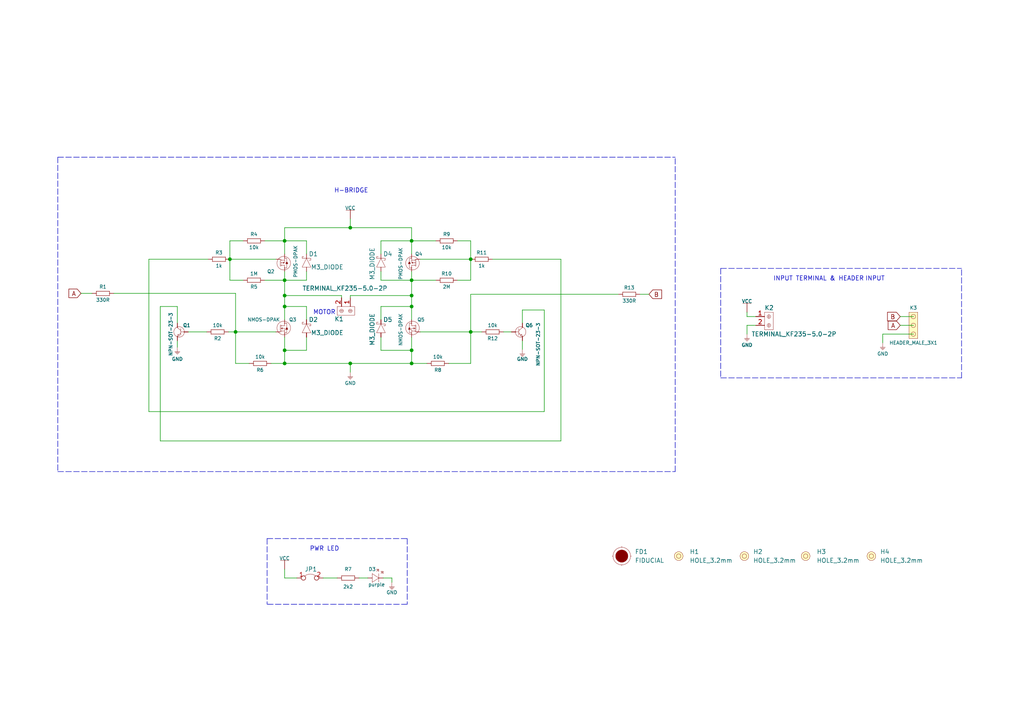
<source format=kicad_sch>
(kicad_sch (version 20210621) (generator eeschema)

  (uuid e0fecac2-6875-42bf-b43c-4412ba4763d1)

  (paper "A4")

  (lib_symbols
    (symbol "e-radionica.com schematics:0402LED" (pin_numbers hide) (pin_names (offset 0.254) hide) (in_bom yes) (on_board yes)
      (property "Reference" "D" (id 0) (at -0.635 2.54 0)
        (effects (font (size 1 1)))
      )
      (property "Value" "0402LED" (id 1) (at 0 -2.54 0)
        (effects (font (size 1 1)))
      )
      (property "Footprint" "e-radionica.com footprinti:0402LED" (id 2) (at 0 5.08 0)
        (effects (font (size 1 1)) hide)
      )
      (property "Datasheet" "" (id 3) (at 0 0 0)
        (effects (font (size 1 1)) hide)
      )
      (symbol "0402LED_0_1"
        (polyline
          (pts
            (xy -0.635 1.27)
            (xy 1.27 0)
          )
          (stroke (width 0.0006)) (fill (type none))
        )
        (polyline
          (pts
            (xy 0.635 1.905)
            (xy 1.27 2.54)
          )
          (stroke (width 0.0006)) (fill (type none))
        )
        (polyline
          (pts
            (xy 1.27 1.27)
            (xy 1.27 -1.27)
          )
          (stroke (width 0.0006)) (fill (type none))
        )
        (polyline
          (pts
            (xy 1.905 1.27)
            (xy 2.54 1.905)
          )
          (stroke (width 0.0006)) (fill (type none))
        )
        (polyline
          (pts
            (xy -0.635 1.27)
            (xy -0.635 -1.27)
            (xy 1.27 0)
          )
          (stroke (width 0.0006)) (fill (type none))
        )
        (polyline
          (pts
            (xy 1.27 2.54)
            (xy 0.635 2.54)
            (xy 1.27 1.905)
            (xy 1.27 2.54)
          )
          (stroke (width 0.0006)) (fill (type none))
        )
        (polyline
          (pts
            (xy 2.54 1.905)
            (xy 1.905 1.905)
            (xy 2.54 1.27)
            (xy 2.54 1.905)
          )
          (stroke (width 0.0006)) (fill (type none))
        )
      )
      (symbol "0402LED_1_1"
        (pin passive line (at -1.905 0 0) (length 1.27)
          (name "A" (effects (font (size 1.27 1.27))))
          (number "1" (effects (font (size 1.27 1.27))))
        )
        (pin passive line (at 2.54 0 180) (length 1.27)
          (name "K" (effects (font (size 1.27 1.27))))
          (number "2" (effects (font (size 1.27 1.27))))
        )
      )
    )
    (symbol "e-radionica.com schematics:0402R" (pin_numbers hide) (pin_names (offset 0.254)) (in_bom yes) (on_board yes)
      (property "Reference" "R" (id 0) (at -1.905 1.27 0)
        (effects (font (size 1 1)))
      )
      (property "Value" "0402R" (id 1) (at 0 -1.27 0)
        (effects (font (size 1 1)))
      )
      (property "Footprint" "e-radionica.com footprinti:0402R" (id 2) (at -2.54 1.905 0)
        (effects (font (size 1 1)) hide)
      )
      (property "Datasheet" "" (id 3) (at -2.54 1.905 0)
        (effects (font (size 1 1)) hide)
      )
      (symbol "0402R_0_1"
        (rectangle (start -1.905 -0.635) (end 1.905 -0.6604)
          (stroke (width 0.1)) (fill (type none))
        )
        (rectangle (start -1.905 0.635) (end -1.8796 -0.635)
          (stroke (width 0.1)) (fill (type none))
        )
        (rectangle (start -1.905 0.635) (end 1.905 0.6096)
          (stroke (width 0.1)) (fill (type none))
        )
        (rectangle (start 1.905 0.635) (end 1.9304 -0.635)
          (stroke (width 0.1)) (fill (type none))
        )
      )
      (symbol "0402R_1_1"
        (pin passive line (at -3.175 0 0) (length 1.27)
          (name "~" (effects (font (size 1.27 1.27))))
          (number "1" (effects (font (size 1.27 1.27))))
        )
        (pin passive line (at 3.175 0 180) (length 1.27)
          (name "~" (effects (font (size 1.27 1.27))))
          (number "2" (effects (font (size 1.27 1.27))))
        )
      )
    )
    (symbol "e-radionica.com schematics:0603R" (pin_numbers hide) (pin_names (offset 0.254)) (in_bom yes) (on_board yes)
      (property "Reference" "R" (id 0) (at -1.905 1.905 0)
        (effects (font (size 1 1)))
      )
      (property "Value" "0603R" (id 1) (at 0 -1.905 0)
        (effects (font (size 1 1)))
      )
      (property "Footprint" "e-radionica.com footprinti:0603R" (id 2) (at -0.635 1.905 0)
        (effects (font (size 1 1)) hide)
      )
      (property "Datasheet" "" (id 3) (at -0.635 1.905 0)
        (effects (font (size 1 1)) hide)
      )
      (symbol "0603R_0_1"
        (rectangle (start -1.905 -0.635) (end 1.905 -0.6604)
          (stroke (width 0.1)) (fill (type none))
        )
        (rectangle (start -1.905 0.635) (end -1.8796 -0.635)
          (stroke (width 0.1)) (fill (type none))
        )
        (rectangle (start -1.905 0.635) (end 1.905 0.6096)
          (stroke (width 0.1)) (fill (type none))
        )
        (rectangle (start 1.905 0.635) (end 1.9304 -0.635)
          (stroke (width 0.1)) (fill (type none))
        )
      )
      (symbol "0603R_1_1"
        (pin passive line (at -3.175 0 0) (length 1.27)
          (name "~" (effects (font (size 1.27 1.27))))
          (number "1" (effects (font (size 1.27 1.27))))
        )
        (pin passive line (at 3.175 0 180) (length 1.27)
          (name "~" (effects (font (size 1.27 1.27))))
          (number "2" (effects (font (size 1.27 1.27))))
        )
      )
    )
    (symbol "e-radionica.com schematics:FIDUCIAL" (in_bom no) (on_board yes)
      (property "Reference" "FD" (id 0) (at 0 3.81 0)
        (effects (font (size 1.27 1.27)))
      )
      (property "Value" "FIDUCIAL" (id 1) (at 0 -3.81 0)
        (effects (font (size 1.27 1.27)))
      )
      (property "Footprint" "e-radionica.com footprinti:FIDUCIAL_23" (id 2) (at 0.254 -5.334 0)
        (effects (font (size 1.27 1.27)) hide)
      )
      (property "Datasheet" "" (id 3) (at 0 0 0)
        (effects (font (size 1.27 1.27)) hide)
      )
      (symbol "FIDUCIAL_0_1"
        (circle (center 0 0) (radius 2.54) (stroke (width 0.0006)) (fill (type none)))
        (circle (center 0 0) (radius 1.7961) (stroke (width 0.001)) (fill (type outline)))
        (polyline
          (pts
            (xy -2.54 0)
            (xy -2.794 0)
          )
          (stroke (width 0.0006)) (fill (type none))
        )
        (polyline
          (pts
            (xy 0 -2.54)
            (xy 0 -2.794)
          )
          (stroke (width 0.0006)) (fill (type none))
        )
        (polyline
          (pts
            (xy 0 2.54)
            (xy 0 2.794)
          )
          (stroke (width 0.0006)) (fill (type none))
        )
        (polyline
          (pts
            (xy 2.54 0)
            (xy 2.794 0)
          )
          (stroke (width 0.0006)) (fill (type none))
        )
      )
    )
    (symbol "e-radionica.com schematics:GND" (power) (pin_names (offset 0)) (in_bom yes) (on_board yes)
      (property "Reference" "#PWR" (id 0) (at 4.445 0 0)
        (effects (font (size 1 1)) hide)
      )
      (property "Value" "GND" (id 1) (at 0 -2.921 0)
        (effects (font (size 1 1)))
      )
      (property "Footprint" "" (id 2) (at 4.445 3.81 0)
        (effects (font (size 1 1)) hide)
      )
      (property "Datasheet" "" (id 3) (at 4.445 3.81 0)
        (effects (font (size 1 1)) hide)
      )
      (property "ki_keywords" "power-flag" (id 4) (at 0 0 0)
        (effects (font (size 1.27 1.27)) hide)
      )
      (property "ki_description" "Power symbol creates a global label with name \"GND\"" (id 5) (at 0 0 0)
        (effects (font (size 1.27 1.27)) hide)
      )
      (symbol "GND_0_1"
        (polyline
          (pts
            (xy -0.762 -1.27)
            (xy 0.762 -1.27)
          )
          (stroke (width 0.0006)) (fill (type none))
        )
        (polyline
          (pts
            (xy -0.635 -1.524)
            (xy 0.635 -1.524)
          )
          (stroke (width 0.0006)) (fill (type none))
        )
        (polyline
          (pts
            (xy -0.381 -1.778)
            (xy 0.381 -1.778)
          )
          (stroke (width 0.0006)) (fill (type none))
        )
        (polyline
          (pts
            (xy -0.127 -2.032)
            (xy 0.127 -2.032)
          )
          (stroke (width 0.0006)) (fill (type none))
        )
        (polyline
          (pts
            (xy 0 0)
            (xy 0 -1.27)
          )
          (stroke (width 0.0006)) (fill (type none))
        )
      )
      (symbol "GND_1_1"
        (pin power_in line (at 0 0 270) (length 0) hide
          (name "GND" (effects (font (size 1.27 1.27))))
          (number "1" (effects (font (size 1.27 1.27))))
        )
      )
    )
    (symbol "e-radionica.com schematics:GND_3" (power) (pin_names (offset 0)) (in_bom yes) (on_board yes)
      (property "Reference" "#PWR" (id 0) (at 4.445 0 0)
        (effects (font (size 1 1)) hide)
      )
      (property "Value" "GND" (id 1) (at 0 -2.921 0)
        (effects (font (size 1 1)))
      )
      (property "Footprint" "" (id 2) (at 4.445 3.81 0)
        (effects (font (size 1 1)) hide)
      )
      (property "Datasheet" "" (id 3) (at 4.445 3.81 0)
        (effects (font (size 1 1)) hide)
      )
      (property "ki_keywords" "power-flag" (id 4) (at 0 0 0)
        (effects (font (size 1.27 1.27)) hide)
      )
      (property "ki_description" "Power symbol creates a global label with name \"+3V3\"" (id 5) (at 0 0 0)
        (effects (font (size 1.27 1.27)) hide)
      )
      (symbol "GND_3_0_1"
        (polyline
          (pts
            (xy -0.762 -1.27)
            (xy 0.762 -1.27)
          )
          (stroke (width 0.0006)) (fill (type none))
        )
        (polyline
          (pts
            (xy -0.635 -1.524)
            (xy 0.635 -1.524)
          )
          (stroke (width 0.0006)) (fill (type none))
        )
        (polyline
          (pts
            (xy -0.381 -1.778)
            (xy 0.381 -1.778)
          )
          (stroke (width 0.0006)) (fill (type none))
        )
        (polyline
          (pts
            (xy -0.127 -2.032)
            (xy 0.127 -2.032)
          )
          (stroke (width 0.0006)) (fill (type none))
        )
        (polyline
          (pts
            (xy 0 0)
            (xy 0 -1.27)
          )
          (stroke (width 0.0006)) (fill (type none))
        )
      )
      (symbol "GND_3_1_1"
        (pin power_in line (at 0 0 270) (length 0) hide
          (name "GND" (effects (font (size 1.27 1.27))))
          (number "1" (effects (font (size 1.27 1.27))))
        )
      )
    )
    (symbol "e-radionica.com schematics:HEADER_MALE_3X1" (pin_numbers hide) (pin_names hide) (in_bom yes) (on_board yes)
      (property "Reference" "K" (id 0) (at -0.635 5.08 0)
        (effects (font (size 1 1)))
      )
      (property "Value" "HEADER_MALE_3X1" (id 1) (at 0 -5.08 0)
        (effects (font (size 1 1)))
      )
      (property "Footprint" "e-radionica.com footprinti:HEADER_MALE_3X1" (id 2) (at 0 -7.62 0)
        (effects (font (size 1 1)) hide)
      )
      (property "Datasheet" "" (id 3) (at 0 -2.54 0)
        (effects (font (size 1 1)) hide)
      )
      (symbol "HEADER_MALE_3X1_0_1"
        (circle (center 0 -2.54) (radius 0.635) (stroke (width 0.0006)) (fill (type none)))
        (circle (center 0 0) (radius 0.635) (stroke (width 0.0006)) (fill (type none)))
        (circle (center 0 2.54) (radius 0.635) (stroke (width 0.0006)) (fill (type none)))
        (rectangle (start 1.27 -3.81) (end -1.27 3.81)
          (stroke (width 0.001)) (fill (type background))
        )
      )
      (symbol "HEADER_MALE_3X1_1_1"
        (pin passive line (at 0 -2.54 180) (length 0)
          (name "~" (effects (font (size 1 1))))
          (number "1" (effects (font (size 1 1))))
        )
        (pin passive line (at 0 0 180) (length 0)
          (name "~" (effects (font (size 1 1))))
          (number "2" (effects (font (size 1 1))))
        )
        (pin passive line (at 0 2.54 180) (length 0)
          (name "~" (effects (font (size 1 1))))
          (number "3" (effects (font (size 1 1))))
        )
      )
    )
    (symbol "e-radionica.com schematics:HOLE_3.2mm" (pin_numbers hide) (pin_names hide) (in_bom yes) (on_board yes)
      (property "Reference" "H" (id 0) (at 0 2.54 0)
        (effects (font (size 1.27 1.27)))
      )
      (property "Value" "HOLE_3.2mm" (id 1) (at 0 -2.54 0)
        (effects (font (size 1.27 1.27)))
      )
      (property "Footprint" "e-radionica.com footprinti:HOLE_3.2mm" (id 2) (at 0 0 0)
        (effects (font (size 1.27 1.27)) hide)
      )
      (property "Datasheet" "" (id 3) (at 0 0 0)
        (effects (font (size 1.27 1.27)) hide)
      )
      (symbol "HOLE_3.2mm_0_1"
        (circle (center 0 0) (radius 0.635) (stroke (width 0.0006)) (fill (type none)))
        (circle (center 0 0) (radius 1.27) (stroke (width 0.001)) (fill (type background)))
      )
    )
    (symbol "e-radionica.com schematics:M3_DIODE" (pin_numbers hide) (pin_names hide) (in_bom yes) (on_board yes)
      (property "Reference" "D" (id 0) (at 0 2.54 0)
        (effects (font (size 1.27 1.27)))
      )
      (property "Value" "M3_DIODE" (id 1) (at 0 -3.302 0)
        (effects (font (size 1.27 1.27)))
      )
      (property "Footprint" "e-radionica.com footprinti:DO-214_DIODE" (id 2) (at 0 -5.08 0)
        (effects (font (size 1.27 1.27)) hide)
      )
      (property "Datasheet" "" (id 3) (at 0 0 0)
        (effects (font (size 1.27 1.27)) hide)
      )
      (property "ki_keywords" "M3 DIODE DO-214 214" (id 4) (at 0 0 0)
        (effects (font (size 1.27 1.27)) hide)
      )
      (symbol "M3_DIODE_0_1"
        (polyline
          (pts
            (xy -1.27 1.27)
            (xy -1.27 -1.27)
            (xy 1.27 0)
            (xy -1.27 1.27)
          )
          (stroke (width 0.0006)) (fill (type none))
        )
        (polyline
          (pts
            (xy 1.27 1.27)
            (xy 1.27 -1.27)
            (xy 0.762 -1.27)
            (xy 0.762 -0.762)
          )
          (stroke (width 0.0006)) (fill (type none))
        )
        (polyline
          (pts
            (xy 1.27 1.27)
            (xy 1.778 1.27)
            (xy 1.778 0.762)
            (xy 1.778 1.016)
          )
          (stroke (width 0.0006)) (fill (type none))
        )
      )
      (symbol "M3_DIODE_1_1"
        (pin passive line (at -2.54 0 0) (length 1.27)
          (name "A" (effects (font (size 1 1))))
          (number "1" (effects (font (size 1 1))))
        )
        (pin passive line (at 2.54 0 180) (length 1.27)
          (name "K" (effects (font (size 1 1))))
          (number "2" (effects (font (size 1 1))))
        )
      )
    )
    (symbol "e-radionica.com schematics:NMOS-DPAK" (pin_numbers hide) (pin_names hide) (in_bom yes) (on_board yes)
      (property "Reference" "Q" (id 0) (at -1.143 2.921 0)
        (effects (font (size 1 1)))
      )
      (property "Value" "NMOS-DPAK" (id 1) (at 1.524 -3.937 0)
        (effects (font (size 1 1)))
      )
      (property "Footprint" "e-radionica.com footprinti:DPAK" (id 2) (at 0 -6.35 0)
        (effects (font (size 1 1)) hide)
      )
      (property "Datasheet" "" (id 3) (at 0 0 0)
        (effects (font (size 1 1)) hide)
      )
      (property "ki_keywords" "DPAK TO-252 252" (id 4) (at 0 0 0)
        (effects (font (size 1.27 1.27)) hide)
      )
      (property "ki_description" "Generic N-MOS DPAK" (id 5) (at 0 0 0)
        (effects (font (size 1.27 1.27)) hide)
      )
      (symbol "NMOS-DPAK_0_1"
        (circle (center 1.016 0.127) (radius 1.9716) (stroke (width 0.0006)) (fill (type none)))
        (polyline
          (pts
            (xy 0 -1.016)
            (xy 0 1.016)
          )
          (stroke (width 0.0006)) (fill (type none))
        )
        (polyline
          (pts
            (xy 0.254 -1.016)
            (xy 0.254 -0.508)
          )
          (stroke (width 0.0006)) (fill (type none))
        )
        (polyline
          (pts
            (xy 0.254 -0.762)
            (xy 1.27 -0.762)
          )
          (stroke (width 0.0006)) (fill (type none))
        )
        (polyline
          (pts
            (xy 0.254 -0.254)
            (xy 0.254 0.254)
          )
          (stroke (width 0.0006)) (fill (type none))
        )
        (polyline
          (pts
            (xy 0.254 0.762)
            (xy 1.27 0.762)
          )
          (stroke (width 0.0006)) (fill (type none))
        )
        (polyline
          (pts
            (xy 0.254 1.016)
            (xy 0.254 0.508)
          )
          (stroke (width 0.0006)) (fill (type none))
        )
        (polyline
          (pts
            (xy 1.27 -1.27)
            (xy 1.27 -0.762)
          )
          (stroke (width 0.0006)) (fill (type none))
        )
        (polyline
          (pts
            (xy 1.27 0.762)
            (xy 1.27 1.27)
          )
          (stroke (width 0.0006)) (fill (type none))
        )
        (polyline
          (pts
            (xy 1.651 -0.254)
            (xy 1.905 0.127)
          )
          (stroke (width 0.2)) (fill (type none))
        )
        (polyline
          (pts
            (xy 1.651 0.127)
            (xy 2.159 0.127)
          )
          (stroke (width 0.0006)) (fill (type none))
        )
        (polyline
          (pts
            (xy 0.254 0)
            (xy 1.27 0)
            (xy 1.27 -0.762)
          )
          (stroke (width 0.0006)) (fill (type none))
        )
        (polyline
          (pts
            (xy 1.651 -0.254)
            (xy 2.159 -0.254)
            (xy 1.905 0.127)
          )
          (stroke (width 0.2)) (fill (type none))
        )
        (polyline
          (pts
            (xy 0.381 0)
            (xy 0.635 0.254)
            (xy 0.635 -0.254)
            (xy 0.381 0)
          )
          (stroke (width 0.0006)) (fill (type none))
        )
        (polyline
          (pts
            (xy 1.27 -1.27)
            (xy 1.905 -1.27)
            (xy 1.905 1.524)
            (xy 1.27 1.524)
          )
          (stroke (width 0.0006)) (fill (type none))
        )
      )
      (symbol "NMOS-DPAK_1_1"
        (pin passive line (at -1.27 -1.016 0) (length 1.27)
          (name "G" (effects (font (size 1 1))))
          (number "1" (effects (font (size 1 1))))
        )
        (pin passive line (at 1.27 2.54 270) (length 1.27)
          (name "D" (effects (font (size 1 1))))
          (number "2" (effects (font (size 1 1))))
        )
        (pin passive line (at 1.27 -2.54 90) (length 1.27)
          (name "S" (effects (font (size 1 1))))
          (number "3" (effects (font (size 1 1))))
        )
      )
    )
    (symbol "e-radionica.com schematics:NMOS-DPAK_1" (pin_numbers hide) (pin_names hide) (in_bom yes) (on_board yes)
      (property "Reference" "Q" (id 0) (at -1.143 2.921 0)
        (effects (font (size 1 1)))
      )
      (property "Value" "NMOS-DPAK" (id 1) (at 1.524 -3.937 0)
        (effects (font (size 1 1)))
      )
      (property "Footprint" "e-radionica.com footprinti:DPAK" (id 2) (at 0 -6.35 0)
        (effects (font (size 1 1)) hide)
      )
      (property "Datasheet" "" (id 3) (at 0 0 0)
        (effects (font (size 1 1)) hide)
      )
      (property "ki_keywords" "DPAK TO-252 252" (id 4) (at 0 0 0)
        (effects (font (size 1.27 1.27)) hide)
      )
      (property "ki_description" "Generic N-MOS DPAK" (id 5) (at 0 0 0)
        (effects (font (size 1.27 1.27)) hide)
      )
      (symbol "NMOS-DPAK_1_0_1"
        (circle (center 1.016 0.127) (radius 1.9716) (stroke (width 0.0006)) (fill (type none)))
        (polyline
          (pts
            (xy 0 -1.016)
            (xy 0 1.016)
          )
          (stroke (width 0.0006)) (fill (type none))
        )
        (polyline
          (pts
            (xy 0.254 -1.016)
            (xy 0.254 -0.508)
          )
          (stroke (width 0.0006)) (fill (type none))
        )
        (polyline
          (pts
            (xy 0.254 -0.762)
            (xy 1.27 -0.762)
          )
          (stroke (width 0.0006)) (fill (type none))
        )
        (polyline
          (pts
            (xy 0.254 -0.254)
            (xy 0.254 0.254)
          )
          (stroke (width 0.0006)) (fill (type none))
        )
        (polyline
          (pts
            (xy 0.254 0.762)
            (xy 1.27 0.762)
          )
          (stroke (width 0.0006)) (fill (type none))
        )
        (polyline
          (pts
            (xy 0.254 1.016)
            (xy 0.254 0.508)
          )
          (stroke (width 0.0006)) (fill (type none))
        )
        (polyline
          (pts
            (xy 1.27 -1.27)
            (xy 1.27 -0.762)
          )
          (stroke (width 0.0006)) (fill (type none))
        )
        (polyline
          (pts
            (xy 1.27 0.762)
            (xy 1.27 1.27)
          )
          (stroke (width 0.0006)) (fill (type none))
        )
        (polyline
          (pts
            (xy 1.651 -0.254)
            (xy 1.905 0.127)
          )
          (stroke (width 0.2)) (fill (type none))
        )
        (polyline
          (pts
            (xy 1.651 0.127)
            (xy 2.159 0.127)
          )
          (stroke (width 0.0006)) (fill (type none))
        )
        (polyline
          (pts
            (xy 0.254 0)
            (xy 1.27 0)
            (xy 1.27 -0.762)
          )
          (stroke (width 0.0006)) (fill (type none))
        )
        (polyline
          (pts
            (xy 1.651 -0.254)
            (xy 2.159 -0.254)
            (xy 1.905 0.127)
          )
          (stroke (width 0.2)) (fill (type none))
        )
        (polyline
          (pts
            (xy 0.381 0)
            (xy 0.635 0.254)
            (xy 0.635 -0.254)
            (xy 0.381 0)
          )
          (stroke (width 0.0006)) (fill (type none))
        )
        (polyline
          (pts
            (xy 1.27 -1.27)
            (xy 1.905 -1.27)
            (xy 1.905 1.524)
            (xy 1.27 1.524)
          )
          (stroke (width 0.0006)) (fill (type none))
        )
      )
      (symbol "NMOS-DPAK_1_1_1"
        (pin passive line (at -1.27 -1.016 0) (length 1.27)
          (name "G" (effects (font (size 1 1))))
          (number "1" (effects (font (size 1 1))))
        )
        (pin passive line (at 1.27 2.54 270) (length 1.27)
          (name "D" (effects (font (size 1 1))))
          (number "2" (effects (font (size 1 1))))
        )
        (pin passive line (at 1.27 -2.54 90) (length 1.27)
          (name "S" (effects (font (size 1 1))))
          (number "3" (effects (font (size 1 1))))
        )
      )
    )
    (symbol "e-radionica.com schematics:NPN-SOT-23-3" (pin_numbers hide) (pin_names hide) (in_bom yes) (on_board yes)
      (property "Reference" "Q" (id 0) (at -2.286 2.921 0)
        (effects (font (size 1 1)))
      )
      (property "Value" "NPN-SOT-23-3" (id 1) (at 0 -3.81 0)
        (effects (font (size 1 1)))
      )
      (property "Footprint" "e-radionica.com footprinti:SOT-23-3" (id 2) (at 0 0 0)
        (effects (font (size 1 1)) hide)
      )
      (property "Datasheet" "" (id 3) (at 0 0 0)
        (effects (font (size 1 1)) hide)
      )
      (symbol "NPN-SOT-23-3_0_1"
        (circle (center -0.508 0) (radius 1.524) (stroke (width 0.0006)) (fill (type none)))
        (polyline
          (pts
            (xy -2.032 0)
            (xy -1.016 0)
          )
          (stroke (width 0.0006)) (fill (type none))
        )
        (polyline
          (pts
            (xy -1.016 -0.381)
            (xy -0.4064 -0.9144)
          )
          (stroke (width 0.1)) (fill (type none))
        )
        (polyline
          (pts
            (xy -1.016 0.381)
            (xy 0 1.27)
          )
          (stroke (width 0.0006)) (fill (type none))
        )
        (polyline
          (pts
            (xy -1.016 1.016)
            (xy -1.016 -1.016)
          )
          (stroke (width 0.0006)) (fill (type none))
        )
        (polyline
          (pts
            (xy -0.6096 -1.1684)
            (xy -0.2032 -0.6604)
            (xy 0 -1.27)
            (xy -0.6096 -1.1684)
          )
          (stroke (width 0.0006)) (fill (type none))
        )
      )
      (symbol "NPN-SOT-23-3_1_1"
        (pin passive line (at -3.175 0 0) (length 1.27)
          (name "B" (effects (font (size 1 1))))
          (number "1" (effects (font (size 1 1))))
        )
        (pin passive line (at 0 -2.54 90) (length 1.27)
          (name "E" (effects (font (size 1 1))))
          (number "2" (effects (font (size 1 1))))
        )
        (pin passive line (at 0 2.54 270) (length 1.27)
          (name "C" (effects (font (size 1 1))))
          (number "3" (effects (font (size 1 1))))
        )
      )
    )
    (symbol "e-radionica.com schematics:PMOS-DPAK" (pin_numbers hide) (pin_names hide) (in_bom yes) (on_board yes)
      (property "Reference" "Q" (id 0) (at -0.762 3.302 0)
        (effects (font (size 1 1)))
      )
      (property "Value" "PMOS-DPAK" (id 1) (at 0.381 -4.064 0)
        (effects (font (size 1 1)))
      )
      (property "Footprint" "e-radionica.com footprinti:DPAK" (id 2) (at 0 -6.35 0)
        (effects (font (size 1 1)) hide)
      )
      (property "Datasheet" "" (id 3) (at 0 0 0)
        (effects (font (size 1 1)) hide)
      )
      (property "ki_keywords" "TO-252 252 DPAK" (id 4) (at 0 0 0)
        (effects (font (size 1.27 1.27)) hide)
      )
      (property "ki_description" "Generic PMOS DPAK" (id 5) (at 0 0 0)
        (effects (font (size 1.27 1.27)) hide)
      )
      (symbol "PMOS-DPAK_0_1"
        (circle (center 1.016 0.127) (radius 1.9716) (stroke (width 0.0006)) (fill (type none)))
        (polyline
          (pts
            (xy 0 -1.016)
            (xy 0 1.016)
          )
          (stroke (width 0.0006)) (fill (type none))
        )
        (polyline
          (pts
            (xy 0.254 -1.016)
            (xy 0.254 -0.508)
          )
          (stroke (width 0.0006)) (fill (type none))
        )
        (polyline
          (pts
            (xy 0.254 -0.762)
            (xy 1.27 -0.762)
          )
          (stroke (width 0.0006)) (fill (type none))
        )
        (polyline
          (pts
            (xy 0.254 -0.254)
            (xy 0.254 0.254)
          )
          (stroke (width 0.0006)) (fill (type none))
        )
        (polyline
          (pts
            (xy 0.254 0.762)
            (xy 1.27 0.762)
          )
          (stroke (width 0.0006)) (fill (type none))
        )
        (polyline
          (pts
            (xy 0.254 1.016)
            (xy 0.254 0.508)
          )
          (stroke (width 0.0006)) (fill (type none))
        )
        (polyline
          (pts
            (xy 1.27 -1.27)
            (xy 1.27 -0.762)
          )
          (stroke (width 0.0006)) (fill (type none))
        )
        (polyline
          (pts
            (xy 1.27 0.762)
            (xy 1.27 1.27)
          )
          (stroke (width 0.0006)) (fill (type none))
        )
        (polyline
          (pts
            (xy 2.159 -0.127)
            (xy 1.651 -0.127)
          )
          (stroke (width 0.0006)) (fill (type none))
        )
        (polyline
          (pts
            (xy 2.159 0.254)
            (xy 1.905 -0.127)
          )
          (stroke (width 0.2)) (fill (type none))
        )
        (polyline
          (pts
            (xy 0.254 0)
            (xy 1.27 0)
            (xy 1.27 -0.762)
          )
          (stroke (width 0.0006)) (fill (type none))
        )
        (polyline
          (pts
            (xy 2.159 0.254)
            (xy 1.651 0.254)
            (xy 1.905 -0.127)
          )
          (stroke (width 0.2)) (fill (type none))
        )
        (polyline
          (pts
            (xy 1.143 0)
            (xy 0.889 -0.254)
            (xy 0.889 0.254)
            (xy 1.143 0)
          )
          (stroke (width 0.0006)) (fill (type none))
        )
        (polyline
          (pts
            (xy 1.27 -1.27)
            (xy 1.905 -1.27)
            (xy 1.905 1.524)
            (xy 1.27 1.524)
          )
          (stroke (width 0.0006)) (fill (type none))
        )
      )
      (symbol "PMOS-DPAK_1_1"
        (pin passive line (at -1.27 -1.016 0) (length 1.27)
          (name "G" (effects (font (size 1 1))))
          (number "1" (effects (font (size 1 1))))
        )
        (pin passive line (at 1.27 2.54 270) (length 1.27)
          (name "D" (effects (font (size 1 1))))
          (number "2" (effects (font (size 1 1))))
        )
        (pin passive line (at 1.27 -2.54 90) (length 1.27)
          (name "S" (effects (font (size 1 1))))
          (number "3" (effects (font (size 1 1))))
        )
      )
    )
    (symbol "e-radionica.com schematics:SMD-JUMPER-CONNECTED_TRACE_SLODERMASK" (in_bom yes) (on_board yes)
      (property "Reference" "JP" (id 0) (at 0 3.556 0)
        (effects (font (size 1.27 1.27)))
      )
      (property "Value" "SMD-JUMPER-CONNECTED_TRACE_SLODERMASK" (id 1) (at 0 -2.54 0)
        (effects (font (size 1.27 1.27)))
      )
      (property "Footprint" "e-radionica.com footprinti:SMD-JUMPER-CONNECTED_TRACE_SLODERMASK" (id 2) (at 0 -5.715 0)
        (effects (font (size 1.27 1.27)) hide)
      )
      (property "Datasheet" "" (id 3) (at 0 0 0)
        (effects (font (size 1.27 1.27)) hide)
      )
      (symbol "SMD-JUMPER-CONNECTED_TRACE_SLODERMASK_0_1"
        (arc (start -1.8034 0.5588) (end 1.397 0.5842) (radius (at -0.1875 -1.4124) (length 2.5489) (angles 129.3 51.6))
          (stroke (width 0.0006)) (fill (type none))
        )
      )
      (symbol "SMD-JUMPER-CONNECTED_TRACE_SLODERMASK_1_1"
        (pin passive inverted (at -4.064 0 0) (length 2.54)
          (name "" (effects (font (size 1.27 1.27))))
          (number "1" (effects (font (size 1.27 1.27))))
        )
        (pin passive inverted (at 3.556 0 180) (length 2.54)
          (name "" (effects (font (size 1.27 1.27))))
          (number "2" (effects (font (size 1.27 1.27))))
        )
      )
    )
    (symbol "e-radionica.com schematics:TERMINAL_KF235-5.0-2P" (in_bom yes) (on_board yes)
      (property "Reference" "K" (id 0) (at 0 3.81 0)
        (effects (font (size 1.27 1.27)))
      )
      (property "Value" "TERMINAL_KF235-5.0-2P" (id 1) (at 0 -3.81 0)
        (effects (font (size 1.27 1.27)))
      )
      (property "Footprint" "e-radionica.com footprinti:TERMINAL_KF235-5.0-2P" (id 2) (at 0 0 0)
        (effects (font (size 1.27 1.27)) hide)
      )
      (property "Datasheet" "" (id 3) (at 0 0 0)
        (effects (font (size 1.27 1.27)) hide)
      )
      (symbol "TERMINAL_KF235-5.0-2P_0_1"
        (circle (center 0 -1.27) (radius 0.508) (stroke (width 0.0006)) (fill (type none)))
        (circle (center 0 1.27) (radius 0.508) (stroke (width 0.0006)) (fill (type none)))
        (rectangle (start -1.27 2.54) (end 1.27 -2.54)
          (stroke (width 0.0006)) (fill (type none))
        )
        (polyline
          (pts
            (xy -0.254 -1.27)
            (xy 0.254 -1.27)
          )
          (stroke (width 0.0006)) (fill (type none))
        )
        (polyline
          (pts
            (xy -0.254 1.27)
            (xy 0.254 1.27)
          )
          (stroke (width 0.0006)) (fill (type none))
        )
        (polyline
          (pts
            (xy 0 -0.762)
            (xy 0 -1.778)
          )
          (stroke (width 0.0006)) (fill (type none))
        )
        (polyline
          (pts
            (xy 0 1.778)
            (xy 0 0.762)
          )
          (stroke (width 0.0006)) (fill (type none))
        )
      )
      (symbol "TERMINAL_KF235-5.0-2P_1_1"
        (pin input line (at -3.81 1.27 0) (length 2.54)
          (name "~" (effects (font (size 1.27 1.27))))
          (number "1" (effects (font (size 1.27 1.27))))
        )
        (pin input line (at -3.81 -1.27 0) (length 2.54)
          (name "~" (effects (font (size 1.27 1.27))))
          (number "2" (effects (font (size 1.27 1.27))))
        )
      )
    )
    (symbol "e-radionica.com schematics:VCC" (power) (pin_names (offset 0)) (in_bom yes) (on_board yes)
      (property "Reference" "#PWR" (id 0) (at 4.445 0 0)
        (effects (font (size 1 1)) hide)
      )
      (property "Value" "VCC" (id 1) (at 0 3.556 0)
        (effects (font (size 1 1)))
      )
      (property "Footprint" "" (id 2) (at 4.445 3.81 0)
        (effects (font (size 1 1)) hide)
      )
      (property "Datasheet" "" (id 3) (at 4.445 3.81 0)
        (effects (font (size 1 1)) hide)
      )
      (property "ki_keywords" "power-flag" (id 4) (at 0 0 0)
        (effects (font (size 1.27 1.27)) hide)
      )
      (property "ki_description" "Power symbol creates a global label with name \"VCC\"" (id 5) (at 0 0 0)
        (effects (font (size 1.27 1.27)) hide)
      )
      (symbol "VCC_0_1"
        (polyline
          (pts
            (xy -1.27 2.54)
            (xy 1.27 2.54)
          )
          (stroke (width 0.0006)) (fill (type none))
        )
        (polyline
          (pts
            (xy 0 0)
            (xy 0 2.54)
          )
          (stroke (width 0)) (fill (type none))
        )
      )
      (symbol "VCC_1_1"
        (pin power_in line (at 0 0 90) (length 0) hide
          (name "VCC" (effects (font (size 1.27 1.27))))
          (number "1" (effects (font (size 1.27 1.27))))
        )
      )
    )
  )

  (junction (at 66.675 75.184) (diameter 0.9144) (color 0 0 0 0))
  (junction (at 68.326 96.266) (diameter 0.9144) (color 0 0 0 0))
  (junction (at 82.55 69.85) (diameter 0.9144) (color 0 0 0 0))
  (junction (at 82.55 81.28) (diameter 0.9144) (color 0 0 0 0))
  (junction (at 82.55 85.725) (diameter 0.9144) (color 0 0 0 0))
  (junction (at 82.55 88.9) (diameter 0.9144) (color 0 0 0 0))
  (junction (at 82.55 101.6) (diameter 0.9144) (color 0 0 0 0))
  (junction (at 82.55 105.41) (diameter 0.9144) (color 0 0 0 0))
  (junction (at 101.6 66.04) (diameter 0.9144) (color 0 0 0 0))
  (junction (at 101.6 105.41) (diameter 0.9144) (color 0 0 0 0))
  (junction (at 119.38 69.85) (diameter 0.9144) (color 0 0 0 0))
  (junction (at 119.38 81.28) (diameter 0.9144) (color 0 0 0 0))
  (junction (at 119.38 85.725) (diameter 0.9144) (color 0 0 0 0))
  (junction (at 119.38 88.9) (diameter 0.9144) (color 0 0 0 0))
  (junction (at 119.38 101.6) (diameter 0.9144) (color 0 0 0 0))
  (junction (at 119.38 105.41) (diameter 0.9144) (color 0 0 0 0))
  (junction (at 136.525 75.184) (diameter 0.9144) (color 0 0 0 0))
  (junction (at 136.525 96.266) (diameter 0.9144) (color 0 0 0 0))

  (wire (pts (xy 23.495 85.09) (xy 26.67 85.09))
    (stroke (width 0) (type solid) (color 0 0 0 0))
    (uuid 765e59bf-a41d-4274-8f65-105b8974669a)
  )
  (wire (pts (xy 33.02 85.09) (xy 68.326 85.09))
    (stroke (width 0) (type solid) (color 0 0 0 0))
    (uuid c6bd941b-3950-434e-b304-18c530c3cd2b)
  )
  (wire (pts (xy 43.18 75.184) (xy 60.325 75.184))
    (stroke (width 0) (type solid) (color 0 0 0 0))
    (uuid 4587b78b-51af-4f58-941e-08c284b97680)
  )
  (wire (pts (xy 43.18 119.38) (xy 43.18 75.184))
    (stroke (width 0) (type solid) (color 0 0 0 0))
    (uuid 4587b78b-51af-4f58-941e-08c284b97680)
  )
  (wire (pts (xy 46.482 88.9) (xy 51.435 88.9))
    (stroke (width 0) (type solid) (color 0 0 0 0))
    (uuid 3d4eb361-ff95-44f6-ac91-f0a9b12934d8)
  )
  (wire (pts (xy 46.482 127.889) (xy 46.482 88.9))
    (stroke (width 0) (type solid) (color 0 0 0 0))
    (uuid 3d4eb361-ff95-44f6-ac91-f0a9b12934d8)
  )
  (wire (pts (xy 51.435 88.9) (xy 51.435 93.726))
    (stroke (width 0) (type solid) (color 0 0 0 0))
    (uuid 3d4eb361-ff95-44f6-ac91-f0a9b12934d8)
  )
  (wire (pts (xy 51.435 98.806) (xy 51.435 100.711))
    (stroke (width 0) (type solid) (color 0 0 0 0))
    (uuid 870bd529-b165-486d-9a67-3762a840b568)
  )
  (wire (pts (xy 54.61 96.266) (xy 59.944 96.266))
    (stroke (width 0) (type solid) (color 0 0 0 0))
    (uuid fac756a1-52fe-45be-aeed-91975689c95b)
  )
  (wire (pts (xy 66.294 96.266) (xy 68.326 96.266))
    (stroke (width 0) (type solid) (color 0 0 0 0))
    (uuid 34935aa3-593f-40ad-95e8-f6e916d0199a)
  )
  (wire (pts (xy 66.675 69.85) (xy 66.675 75.184))
    (stroke (width 0) (type solid) (color 0 0 0 0))
    (uuid fb69c3d1-622e-473d-9f20-1952329c759d)
  )
  (wire (pts (xy 66.675 75.184) (xy 66.675 81.28))
    (stroke (width 0) (type solid) (color 0 0 0 0))
    (uuid fb69c3d1-622e-473d-9f20-1952329c759d)
  )
  (wire (pts (xy 66.675 75.184) (xy 80.01 75.184))
    (stroke (width 0) (type solid) (color 0 0 0 0))
    (uuid d0645552-a62c-4f43-ab91-f1b5c259e9b8)
  )
  (wire (pts (xy 68.326 85.09) (xy 68.326 96.266))
    (stroke (width 0) (type solid) (color 0 0 0 0))
    (uuid 641f0eb6-be95-4066-8677-1b4a74fb24ee)
  )
  (wire (pts (xy 68.326 105.41) (xy 68.326 96.266))
    (stroke (width 0) (type solid) (color 0 0 0 0))
    (uuid 421e621f-3f37-44c6-a7e9-df6983e8be84)
  )
  (wire (pts (xy 70.485 69.85) (xy 66.675 69.85))
    (stroke (width 0) (type solid) (color 0 0 0 0))
    (uuid fb69c3d1-622e-473d-9f20-1952329c759d)
  )
  (wire (pts (xy 70.485 81.28) (xy 66.675 81.28))
    (stroke (width 0) (type solid) (color 0 0 0 0))
    (uuid 7e16a2bf-de58-42cc-98c7-c4c3c115a320)
  )
  (wire (pts (xy 72.263 105.41) (xy 68.326 105.41))
    (stroke (width 0) (type solid) (color 0 0 0 0))
    (uuid 421e621f-3f37-44c6-a7e9-df6983e8be84)
  )
  (wire (pts (xy 76.835 69.85) (xy 82.55 69.85))
    (stroke (width 0) (type solid) (color 0 0 0 0))
    (uuid 63847074-174a-4152-bbc0-5e90c5b27655)
  )
  (wire (pts (xy 76.835 81.28) (xy 82.55 81.28))
    (stroke (width 0) (type solid) (color 0 0 0 0))
    (uuid b1045406-61bb-44f2-b095-4e9e5af5e6e0)
  )
  (wire (pts (xy 78.613 105.41) (xy 82.55 105.41))
    (stroke (width 0) (type solid) (color 0 0 0 0))
    (uuid 9c787086-ffa3-4581-b104-2889bd80a09f)
  )
  (wire (pts (xy 80.01 96.266) (xy 68.326 96.266))
    (stroke (width 0) (type solid) (color 0 0 0 0))
    (uuid df24170e-5215-4582-9d72-9350b04a467b)
  )
  (wire (pts (xy 82.55 66.04) (xy 101.6 66.04))
    (stroke (width 0) (type solid) (color 0 0 0 0))
    (uuid c0fccd2c-1605-445c-bab1-984f8259b4eb)
  )
  (wire (pts (xy 82.55 69.85) (xy 82.55 66.04))
    (stroke (width 0) (type solid) (color 0 0 0 0))
    (uuid 9aa1d5d6-1776-4f70-9adf-fcb4bbd8e4b7)
  )
  (wire (pts (xy 82.55 73.66) (xy 82.55 69.85))
    (stroke (width 0) (type solid) (color 0 0 0 0))
    (uuid 9aa1d5d6-1776-4f70-9adf-fcb4bbd8e4b7)
  )
  (wire (pts (xy 82.55 78.74) (xy 82.55 81.28))
    (stroke (width 0) (type solid) (color 0 0 0 0))
    (uuid f378ecaf-ec27-448b-b4ce-b3ef79aa1ed4)
  )
  (wire (pts (xy 82.55 81.28) (xy 82.55 85.725))
    (stroke (width 0) (type solid) (color 0 0 0 0))
    (uuid f378ecaf-ec27-448b-b4ce-b3ef79aa1ed4)
  )
  (wire (pts (xy 82.55 85.725) (xy 82.55 88.9))
    (stroke (width 0) (type solid) (color 0 0 0 0))
    (uuid f378ecaf-ec27-448b-b4ce-b3ef79aa1ed4)
  )
  (wire (pts (xy 82.55 88.9) (xy 82.55 92.71))
    (stroke (width 0) (type solid) (color 0 0 0 0))
    (uuid f378ecaf-ec27-448b-b4ce-b3ef79aa1ed4)
  )
  (wire (pts (xy 82.55 101.6) (xy 82.55 97.79))
    (stroke (width 0) (type solid) (color 0 0 0 0))
    (uuid 8dbdf339-b300-49c0-863c-d4c73bb852d7)
  )
  (wire (pts (xy 82.55 105.41) (xy 82.55 101.6))
    (stroke (width 0) (type solid) (color 0 0 0 0))
    (uuid 34050bf5-6e22-436b-b621-883272822085)
  )
  (wire (pts (xy 82.55 105.41) (xy 101.6 105.41))
    (stroke (width 0) (type solid) (color 0 0 0 0))
    (uuid 9c787086-ffa3-4581-b104-2889bd80a09f)
  )
  (wire (pts (xy 82.55 167.64) (xy 82.55 165.1))
    (stroke (width 0) (type solid) (color 0 0 0 0))
    (uuid e967ad83-84af-4efb-bb70-c6af1bc114ab)
  )
  (wire (pts (xy 86.106 167.64) (xy 82.55 167.64))
    (stroke (width 0) (type solid) (color 0 0 0 0))
    (uuid 86281eac-a350-416e-abfd-b9505f5c621b)
  )
  (wire (pts (xy 88.9 69.85) (xy 82.55 69.85))
    (stroke (width 0) (type solid) (color 0 0 0 0))
    (uuid d80554bd-1434-4585-af5e-2b3412334911)
  )
  (wire (pts (xy 88.9 73.66) (xy 88.9 69.85))
    (stroke (width 0) (type solid) (color 0 0 0 0))
    (uuid d80554bd-1434-4585-af5e-2b3412334911)
  )
  (wire (pts (xy 88.9 78.74) (xy 88.9 81.28))
    (stroke (width 0) (type solid) (color 0 0 0 0))
    (uuid b9ffafeb-8e7d-41f6-a474-1e05306ff490)
  )
  (wire (pts (xy 88.9 81.28) (xy 82.55 81.28))
    (stroke (width 0) (type solid) (color 0 0 0 0))
    (uuid b9ffafeb-8e7d-41f6-a474-1e05306ff490)
  )
  (wire (pts (xy 88.9 88.9) (xy 82.55 88.9))
    (stroke (width 0) (type solid) (color 0 0 0 0))
    (uuid f8dbcc38-2cb6-4d85-9b1b-764bb6a3af8d)
  )
  (wire (pts (xy 88.9 92.71) (xy 88.9 88.9))
    (stroke (width 0) (type solid) (color 0 0 0 0))
    (uuid f8dbcc38-2cb6-4d85-9b1b-764bb6a3af8d)
  )
  (wire (pts (xy 88.9 97.79) (xy 88.9 101.6))
    (stroke (width 0) (type solid) (color 0 0 0 0))
    (uuid a18acc6a-462f-4761-8f13-4eaf32b14fda)
  )
  (wire (pts (xy 88.9 101.6) (xy 82.55 101.6))
    (stroke (width 0) (type solid) (color 0 0 0 0))
    (uuid 8dbdf339-b300-49c0-863c-d4c73bb852d7)
  )
  (wire (pts (xy 93.726 167.64) (xy 97.79 167.64))
    (stroke (width 0) (type solid) (color 0 0 0 0))
    (uuid 5c155ef3-04fc-4082-a531-e79cc0ce33c9)
  )
  (wire (pts (xy 99.06 85.725) (xy 82.55 85.725))
    (stroke (width 0) (type solid) (color 0 0 0 0))
    (uuid ad5e8bd2-e7c2-4144-bb6e-bf532697c6c1)
  )
  (wire (pts (xy 99.06 85.725) (xy 99.06 86.36))
    (stroke (width 0) (type solid) (color 0 0 0 0))
    (uuid f1c832fd-2047-48ae-811e-89f9c88bb0b1)
  )
  (wire (pts (xy 101.6 66.04) (xy 101.6 63.5))
    (stroke (width 0) (type solid) (color 0 0 0 0))
    (uuid 6e178d80-1aaf-4d47-b070-2234e90f3a04)
  )
  (wire (pts (xy 101.6 66.04) (xy 119.38 66.04))
    (stroke (width 0) (type solid) (color 0 0 0 0))
    (uuid 6e178d80-1aaf-4d47-b070-2234e90f3a04)
  )
  (wire (pts (xy 101.6 85.725) (xy 101.6 86.36))
    (stroke (width 0) (type solid) (color 0 0 0 0))
    (uuid 7a7ccfb4-1a45-417e-98fc-2d91949f74b6)
  )
  (wire (pts (xy 101.6 85.725) (xy 119.38 85.725))
    (stroke (width 0) (type solid) (color 0 0 0 0))
    (uuid a55ecf20-9766-4def-9876-8990d50dc35d)
  )
  (wire (pts (xy 101.6 107.95) (xy 101.6 105.41))
    (stroke (width 0) (type solid) (color 0 0 0 0))
    (uuid 34050bf5-6e22-436b-b621-883272822085)
  )
  (wire (pts (xy 104.14 167.64) (xy 106.68 167.64))
    (stroke (width 0) (type solid) (color 0 0 0 0))
    (uuid 61754d6a-e522-4b5d-9e52-52b42b8c3333)
  )
  (wire (pts (xy 110.49 69.85) (xy 119.38 69.85))
    (stroke (width 0) (type solid) (color 0 0 0 0))
    (uuid 579ed987-037c-4152-8042-959e9b356439)
  )
  (wire (pts (xy 110.49 73.66) (xy 110.49 69.85))
    (stroke (width 0) (type solid) (color 0 0 0 0))
    (uuid 579ed987-037c-4152-8042-959e9b356439)
  )
  (wire (pts (xy 110.49 78.74) (xy 110.49 81.28))
    (stroke (width 0) (type solid) (color 0 0 0 0))
    (uuid a464dc67-4ab5-404a-bf2c-8b531cc90d00)
  )
  (wire (pts (xy 110.49 81.28) (xy 119.38 81.28))
    (stroke (width 0) (type solid) (color 0 0 0 0))
    (uuid a464dc67-4ab5-404a-bf2c-8b531cc90d00)
  )
  (wire (pts (xy 110.49 88.9) (xy 119.38 88.9))
    (stroke (width 0) (type solid) (color 0 0 0 0))
    (uuid e6e25cdb-a186-4663-b330-d77566d3a074)
  )
  (wire (pts (xy 110.49 92.71) (xy 110.49 88.9))
    (stroke (width 0) (type solid) (color 0 0 0 0))
    (uuid e6e25cdb-a186-4663-b330-d77566d3a074)
  )
  (wire (pts (xy 110.49 97.79) (xy 110.49 101.6))
    (stroke (width 0) (type solid) (color 0 0 0 0))
    (uuid 3e802574-067b-4645-990e-7f5866290d36)
  )
  (wire (pts (xy 110.49 101.6) (xy 119.38 101.6))
    (stroke (width 0) (type solid) (color 0 0 0 0))
    (uuid 3e802574-067b-4645-990e-7f5866290d36)
  )
  (wire (pts (xy 113.665 167.64) (xy 111.125 167.64))
    (stroke (width 0) (type solid) (color 0 0 0 0))
    (uuid 562c485e-5a08-4197-aafd-e3bbad0d4a63)
  )
  (wire (pts (xy 113.665 167.64) (xy 113.665 168.91))
    (stroke (width 0) (type solid) (color 0 0 0 0))
    (uuid f14ba765-582c-41ae-8bdc-ffc4fbfd8419)
  )
  (wire (pts (xy 119.38 69.85) (xy 119.38 66.04))
    (stroke (width 0) (type solid) (color 0 0 0 0))
    (uuid 21b89040-151a-4dba-82e7-066b276d46e6)
  )
  (wire (pts (xy 119.38 69.85) (xy 126.365 69.85))
    (stroke (width 0) (type solid) (color 0 0 0 0))
    (uuid 8476e3be-0067-45ff-b8ea-f45fd8e62ac9)
  )
  (wire (pts (xy 119.38 73.66) (xy 119.38 69.85))
    (stroke (width 0) (type solid) (color 0 0 0 0))
    (uuid 21b89040-151a-4dba-82e7-066b276d46e6)
  )
  (wire (pts (xy 119.38 78.74) (xy 119.38 81.28))
    (stroke (width 0) (type solid) (color 0 0 0 0))
    (uuid fad3f7cf-feed-4c37-a9fe-3816e36c116f)
  )
  (wire (pts (xy 119.38 81.28) (xy 119.38 85.725))
    (stroke (width 0) (type solid) (color 0 0 0 0))
    (uuid fad3f7cf-feed-4c37-a9fe-3816e36c116f)
  )
  (wire (pts (xy 119.38 81.28) (xy 126.365 81.28))
    (stroke (width 0) (type solid) (color 0 0 0 0))
    (uuid 2c6111a8-a6b9-4a05-9ec1-5f39e6966ba4)
  )
  (wire (pts (xy 119.38 85.725) (xy 119.38 88.9))
    (stroke (width 0) (type solid) (color 0 0 0 0))
    (uuid fad3f7cf-feed-4c37-a9fe-3816e36c116f)
  )
  (wire (pts (xy 119.38 88.9) (xy 119.38 92.71))
    (stroke (width 0) (type solid) (color 0 0 0 0))
    (uuid fad3f7cf-feed-4c37-a9fe-3816e36c116f)
  )
  (wire (pts (xy 119.38 97.79) (xy 119.38 101.6))
    (stroke (width 0) (type solid) (color 0 0 0 0))
    (uuid 97fba517-1b4e-4306-899a-df42b1413bb2)
  )
  (wire (pts (xy 119.38 101.6) (xy 119.38 105.41))
    (stroke (width 0) (type solid) (color 0 0 0 0))
    (uuid 97fba517-1b4e-4306-899a-df42b1413bb2)
  )
  (wire (pts (xy 119.38 105.41) (xy 101.6 105.41))
    (stroke (width 0) (type solid) (color 0 0 0 0))
    (uuid 97fba517-1b4e-4306-899a-df42b1413bb2)
  )
  (wire (pts (xy 119.38 105.41) (xy 123.825 105.41))
    (stroke (width 0) (type solid) (color 0 0 0 0))
    (uuid b0e4ea3f-f7a3-4917-a637-9fdedd87ff2c)
  )
  (wire (pts (xy 121.92 75.184) (xy 136.525 75.184))
    (stroke (width 0) (type solid) (color 0 0 0 0))
    (uuid dd3b5a7d-31f4-4cc6-8bd3-c688bfdd0832)
  )
  (wire (pts (xy 121.92 96.266) (xy 136.525 96.266))
    (stroke (width 0) (type solid) (color 0 0 0 0))
    (uuid 46ef6dc2-5060-4b83-ad3b-6bef8cb56f07)
  )
  (wire (pts (xy 130.175 105.41) (xy 136.525 105.41))
    (stroke (width 0) (type solid) (color 0 0 0 0))
    (uuid 94d9ac3f-ba4a-40bf-80f5-0d208b1034d7)
  )
  (wire (pts (xy 136.525 69.85) (xy 132.715 69.85))
    (stroke (width 0) (type solid) (color 0 0 0 0))
    (uuid 00938775-33e7-4f50-b166-a1667f0e5203)
  )
  (wire (pts (xy 136.525 69.85) (xy 136.525 75.184))
    (stroke (width 0) (type solid) (color 0 0 0 0))
    (uuid 733fb7b9-1ef6-4369-bcc1-ecaea393c044)
  )
  (wire (pts (xy 136.525 75.184) (xy 136.525 81.28))
    (stroke (width 0) (type solid) (color 0 0 0 0))
    (uuid 733fb7b9-1ef6-4369-bcc1-ecaea393c044)
  )
  (wire (pts (xy 136.525 81.28) (xy 132.715 81.28))
    (stroke (width 0) (type solid) (color 0 0 0 0))
    (uuid 733fb7b9-1ef6-4369-bcc1-ecaea393c044)
  )
  (wire (pts (xy 136.525 85.344) (xy 136.525 96.266))
    (stroke (width 0) (type solid) (color 0 0 0 0))
    (uuid 017f4f95-e5b1-4cd9-91da-0203ee149959)
  )
  (wire (pts (xy 136.525 85.344) (xy 179.324 85.344))
    (stroke (width 0) (type solid) (color 0 0 0 0))
    (uuid 7a510bf2-159e-4967-8a1f-c8b1cbb85af9)
  )
  (wire (pts (xy 136.525 96.266) (xy 139.7 96.266))
    (stroke (width 0) (type solid) (color 0 0 0 0))
    (uuid 48f01308-0270-467b-a90b-49fbfa87dc2f)
  )
  (wire (pts (xy 136.525 105.41) (xy 136.525 96.266))
    (stroke (width 0) (type solid) (color 0 0 0 0))
    (uuid 94d9ac3f-ba4a-40bf-80f5-0d208b1034d7)
  )
  (wire (pts (xy 142.875 75.184) (xy 162.687 75.184))
    (stroke (width 0) (type solid) (color 0 0 0 0))
    (uuid 3d4eb361-ff95-44f6-ac91-f0a9b12934d8)
  )
  (wire (pts (xy 146.05 96.266) (xy 148.336 96.266))
    (stroke (width 0) (type solid) (color 0 0 0 0))
    (uuid f9217010-b85b-44c6-be39-0c1610af7498)
  )
  (wire (pts (xy 151.511 89.916) (xy 157.861 89.916))
    (stroke (width 0) (type solid) (color 0 0 0 0))
    (uuid 4587b78b-51af-4f58-941e-08c284b97680)
  )
  (wire (pts (xy 151.511 93.726) (xy 151.511 89.916))
    (stroke (width 0) (type solid) (color 0 0 0 0))
    (uuid 4587b78b-51af-4f58-941e-08c284b97680)
  )
  (wire (pts (xy 151.511 98.806) (xy 151.511 101.346))
    (stroke (width 0) (type solid) (color 0 0 0 0))
    (uuid 06e9fb4b-323a-456c-b2d9-7ab904a865a4)
  )
  (wire (pts (xy 157.861 89.916) (xy 157.861 119.38))
    (stroke (width 0) (type solid) (color 0 0 0 0))
    (uuid 4587b78b-51af-4f58-941e-08c284b97680)
  )
  (wire (pts (xy 157.861 119.38) (xy 43.18 119.38))
    (stroke (width 0) (type solid) (color 0 0 0 0))
    (uuid 4587b78b-51af-4f58-941e-08c284b97680)
  )
  (wire (pts (xy 162.687 75.184) (xy 162.687 127.889))
    (stroke (width 0) (type solid) (color 0 0 0 0))
    (uuid 3d4eb361-ff95-44f6-ac91-f0a9b12934d8)
  )
  (wire (pts (xy 162.687 127.889) (xy 46.482 127.889))
    (stroke (width 0) (type solid) (color 0 0 0 0))
    (uuid 3d4eb361-ff95-44f6-ac91-f0a9b12934d8)
  )
  (wire (pts (xy 185.674 85.344) (xy 188.214 85.344))
    (stroke (width 0) (type solid) (color 0 0 0 0))
    (uuid 0bca929b-f29a-4c7e-aa32-bac5e0e0a92d)
  )
  (wire (pts (xy 216.662 91.821) (xy 216.662 90.551))
    (stroke (width 0) (type solid) (color 0 0 0 0))
    (uuid e7fa738d-e305-4d8d-bcea-211d0b5e6f42)
  )
  (wire (pts (xy 216.662 94.361) (xy 216.662 96.901))
    (stroke (width 0) (type solid) (color 0 0 0 0))
    (uuid 0c5d97dd-3feb-4d6c-bafb-b8f0cc554cfd)
  )
  (wire (pts (xy 219.202 91.821) (xy 216.662 91.821))
    (stroke (width 0) (type solid) (color 0 0 0 0))
    (uuid e7fa738d-e305-4d8d-bcea-211d0b5e6f42)
  )
  (wire (pts (xy 219.202 94.361) (xy 216.662 94.361))
    (stroke (width 0) (type solid) (color 0 0 0 0))
    (uuid 0c5d97dd-3feb-4d6c-bafb-b8f0cc554cfd)
  )
  (wire (pts (xy 256.032 96.901) (xy 256.032 99.441))
    (stroke (width 0) (type solid) (color 0 0 0 0))
    (uuid 85d11e2f-00c3-4b20-83f1-48be9f8bf3c2)
  )
  (wire (pts (xy 261.112 91.821) (xy 264.922 91.821))
    (stroke (width 0) (type solid) (color 0 0 0 0))
    (uuid b1f357a9-8f54-4777-ad04-afa534f32673)
  )
  (wire (pts (xy 261.112 94.361) (xy 264.922 94.361))
    (stroke (width 0) (type solid) (color 0 0 0 0))
    (uuid 434e9bce-3160-423b-93e6-fa52815c7bf1)
  )
  (wire (pts (xy 264.922 96.901) (xy 256.032 96.901))
    (stroke (width 0) (type solid) (color 0 0 0 0))
    (uuid 85d11e2f-00c3-4b20-83f1-48be9f8bf3c2)
  )
  (polyline (pts (xy 16.764 45.593) (xy 16.764 136.779))
    (stroke (width 0) (type dash) (color 0 0 0 0))
    (uuid 2ed07a1c-96a9-432d-89ab-e19e669817d7)
  )
  (polyline (pts (xy 16.764 45.593) (xy 195.834 45.593))
    (stroke (width 0) (type dash) (color 0 0 0 0))
    (uuid 2ed07a1c-96a9-432d-89ab-e19e669817d7)
  )
  (polyline (pts (xy 16.764 136.779) (xy 195.834 136.779))
    (stroke (width 0) (type dash) (color 0 0 0 0))
    (uuid 2ed07a1c-96a9-432d-89ab-e19e669817d7)
  )
  (polyline (pts (xy 77.47 156.21) (xy 77.47 175.26))
    (stroke (width 0) (type dash) (color 0 0 0 0))
    (uuid 82040282-c11e-4d1f-a0c1-76fb21d79e0d)
  )
  (polyline (pts (xy 77.47 156.21) (xy 118.11 156.21))
    (stroke (width 0) (type dash) (color 0 0 0 0))
    (uuid ff0dc7c6-f36e-44c7-8fc2-fe8f2244787f)
  )
  (polyline (pts (xy 118.11 156.21) (xy 118.11 175.26))
    (stroke (width 0) (type dash) (color 0 0 0 0))
    (uuid 69bcb9bb-510f-409a-8e99-ca1510ac0052)
  )
  (polyline (pts (xy 118.11 175.26) (xy 77.47 175.26))
    (stroke (width 0) (type dash) (color 0 0 0 0))
    (uuid 227f535b-30d8-411e-9d5b-fabed1f4b68f)
  )
  (polyline (pts (xy 195.834 136.779) (xy 195.834 45.593))
    (stroke (width 0) (type dash) (color 0 0 0 0))
    (uuid 2ed07a1c-96a9-432d-89ab-e19e669817d7)
  )
  (polyline (pts (xy 209.042 77.851) (xy 209.042 109.601))
    (stroke (width 0) (type dash) (color 0 0 0 0))
    (uuid 1fc5a551-8b5c-4036-a0d0-e99ad872cbaf)
  )
  (polyline (pts (xy 209.042 77.851) (xy 278.892 77.851))
    (stroke (width 0) (type dash) (color 0 0 0 0))
    (uuid 1fc5a551-8b5c-4036-a0d0-e99ad872cbaf)
  )
  (polyline (pts (xy 209.042 109.601) (xy 278.892 109.601))
    (stroke (width 0) (type dash) (color 0 0 0 0))
    (uuid 1fc5a551-8b5c-4036-a0d0-e99ad872cbaf)
  )
  (polyline (pts (xy 278.892 109.601) (xy 278.892 77.851))
    (stroke (width 0) (type dash) (color 0 0 0 0))
    (uuid 1fc5a551-8b5c-4036-a0d0-e99ad872cbaf)
  )

  (text "MOTOR" (at 90.805 91.44 0)
    (effects (font (size 1.27 1.27)) (justify left bottom))
    (uuid 6f1674a2-b377-4f4b-9804-272fb8ab56d6)
  )
  (text "H-BRIDGE" (at 96.901 56.134 0)
    (effects (font (size 1.27 1.27)) (justify left bottom))
    (uuid 0cc6ca6a-7590-4159-9772-6ece3fe7b9c2)
  )
  (text "PWR LED" (at 98.425 160.02 180)
    (effects (font (size 1.27 1.27)) (justify right bottom))
    (uuid 49054b73-67fa-4820-a37a-45f7cc9f3e3a)
  )
  (text "INPUT TERMINAL & HEADER" (at 224.282 81.661 0)
    (effects (font (size 1.27 1.27)) (justify left bottom))
    (uuid b58bd5cd-5242-49b4-be34-32b400628447)
  )
  (text "INPUT" (at 250.952 81.661 0)
    (effects (font (size 1.27 1.27)) (justify left bottom))
    (uuid fc7a8ca8-fe66-4057-afe5-dcef21fda3a9)
  )

  (global_label "A" (shape input) (at 23.495 85.09 180) (fields_autoplaced)
    (effects (font (size 1.27 1.27)) (justify right))
    (uuid b98298ba-ff5f-4d9f-a97c-57c7254d1903)
    (property "Intersheet References" "${INTERSHEET_REFS}" (id 0) (at 19.9933 85.0106 0)
      (effects (font (size 1.27 1.27)) (justify right) hide)
    )
  )
  (global_label "B" (shape input) (at 188.214 85.344 0) (fields_autoplaced)
    (effects (font (size 1.27 1.27)) (justify left))
    (uuid 1c0f177c-56dd-491c-b429-6ae80f403e8c)
    (property "Intersheet References" "${INTERSHEET_REFS}" (id 0) (at 191.8971 85.2646 0)
      (effects (font (size 1.27 1.27)) (justify left) hide)
    )
  )
  (global_label "B" (shape input) (at 261.112 91.821 180) (fields_autoplaced)
    (effects (font (size 1.27 1.27)) (justify right))
    (uuid eb31566f-3ca6-447b-b2e7-c1ba2da902b6)
    (property "Intersheet References" "${INTERSHEET_REFS}" (id 0) (at 257.4289 91.7416 0)
      (effects (font (size 1.27 1.27)) (justify right) hide)
    )
  )
  (global_label "A" (shape input) (at 261.112 94.361 180) (fields_autoplaced)
    (effects (font (size 1.27 1.27)) (justify right))
    (uuid 8045b443-7267-4d2c-a730-6ba6f4c7edc6)
    (property "Intersheet References" "${INTERSHEET_REFS}" (id 0) (at 257.6103 94.2816 0)
      (effects (font (size 1.27 1.27)) (justify right) hide)
    )
  )

  (symbol (lib_id "e-radionica.com schematics:GND") (at 51.435 100.711 0) (unit 1)
    (in_bom yes) (on_board yes)
    (uuid 851f6ab5-dd32-4f52-b070-7cd132041e1a)
    (property "Reference" "#PWR01" (id 0) (at 55.88 100.711 0)
      (effects (font (size 1 1)) hide)
    )
    (property "Value" "GND" (id 1) (at 51.435 104.14 0)
      (effects (font (size 1 1)))
    )
    (property "Footprint" "" (id 2) (at 55.88 96.901 0)
      (effects (font (size 1 1)) hide)
    )
    (property "Datasheet" "" (id 3) (at 55.88 96.901 0)
      (effects (font (size 1 1)) hide)
    )
    (pin "1" (uuid e752b75e-01d8-4cd4-b081-61f01c1b2523))
  )

  (symbol (lib_id "e-radionica.com schematics:GND") (at 101.6 107.95 0) (unit 1)
    (in_bom yes) (on_board yes)
    (uuid 011a5fa3-aedb-4a82-972c-0e23ba6cbfdf)
    (property "Reference" "#PWR04" (id 0) (at 106.045 107.95 0)
      (effects (font (size 1 1)) hide)
    )
    (property "Value" "GND" (id 1) (at 101.6 111.125 0)
      (effects (font (size 1 1)))
    )
    (property "Footprint" "" (id 2) (at 106.045 104.14 0)
      (effects (font (size 1 1)) hide)
    )
    (property "Datasheet" "" (id 3) (at 106.045 104.14 0)
      (effects (font (size 1 1)) hide)
    )
    (pin "1" (uuid b46dd929-e007-49a9-a86e-ecc1e4e90f60))
  )

  (symbol (lib_name "e-radionica.com schematics:GND_3") (lib_id "e-radionica.com schematics:GND") (at 113.665 168.91 0) (unit 1)
    (in_bom yes) (on_board yes)
    (uuid 95bda410-ed76-4713-8e79-fb774d77b68b)
    (property "Reference" "#PWR05" (id 0) (at 118.11 168.91 0)
      (effects (font (size 1 1)) hide)
    )
    (property "Value" "GND" (id 1) (at 113.665 171.831 0)
      (effects (font (size 1 1)))
    )
    (property "Footprint" "" (id 2) (at 118.11 165.1 0)
      (effects (font (size 1 1)) hide)
    )
    (property "Datasheet" "" (id 3) (at 118.11 165.1 0)
      (effects (font (size 1 1)) hide)
    )
    (pin "1" (uuid ba76ff90-529a-42aa-892b-2eb1e3762371))
  )

  (symbol (lib_id "e-radionica.com schematics:GND") (at 151.511 101.346 0) (unit 1)
    (in_bom yes) (on_board yes)
    (uuid 11f3ab61-d7cc-4e26-a409-6cee37787239)
    (property "Reference" "#PWR06" (id 0) (at 155.956 101.346 0)
      (effects (font (size 1 1)) hide)
    )
    (property "Value" "GND" (id 1) (at 151.511 104.14 0)
      (effects (font (size 1 1)))
    )
    (property "Footprint" "" (id 2) (at 155.956 97.536 0)
      (effects (font (size 1 1)) hide)
    )
    (property "Datasheet" "" (id 3) (at 155.956 97.536 0)
      (effects (font (size 1 1)) hide)
    )
    (pin "1" (uuid 3f135c79-a75e-45c0-abe5-4efcf153ad0b))
  )

  (symbol (lib_id "e-radionica.com schematics:GND") (at 216.662 96.901 0) (unit 1)
    (in_bom yes) (on_board yes)
    (uuid 7f9b2668-8589-4914-9a4b-6e3b2e890984)
    (property "Reference" "#PWR08" (id 0) (at 221.107 96.901 0)
      (effects (font (size 1 1)) hide)
    )
    (property "Value" "GND" (id 1) (at 216.662 100.076 0)
      (effects (font (size 1 1)))
    )
    (property "Footprint" "" (id 2) (at 221.107 93.091 0)
      (effects (font (size 1 1)) hide)
    )
    (property "Datasheet" "" (id 3) (at 221.107 93.091 0)
      (effects (font (size 1 1)) hide)
    )
    (pin "1" (uuid 2ab8a187-b372-4389-a0c8-0779798d97ae))
  )

  (symbol (lib_id "e-radionica.com schematics:GND") (at 256.032 99.441 0) (unit 1)
    (in_bom yes) (on_board yes)
    (uuid 1407bded-3c47-4f1e-af3c-d97157e8a74f)
    (property "Reference" "#PWR09" (id 0) (at 260.477 99.441 0)
      (effects (font (size 1 1)) hide)
    )
    (property "Value" "GND" (id 1) (at 256.032 102.616 0)
      (effects (font (size 1 1)))
    )
    (property "Footprint" "" (id 2) (at 260.477 95.631 0)
      (effects (font (size 1 1)) hide)
    )
    (property "Datasheet" "" (id 3) (at 260.477 95.631 0)
      (effects (font (size 1 1)) hide)
    )
    (pin "1" (uuid fda09c43-e0b4-4477-90fd-0a2e264deb35))
  )

  (symbol (lib_id "e-radionica.com schematics:HOLE_3.2mm") (at 196.85 161.29 0) (unit 1)
    (in_bom yes) (on_board yes) (fields_autoplaced)
    (uuid fa6001ca-7dde-4ef1-9a3e-81a4121efc0e)
    (property "Reference" "H1" (id 0) (at 200.025 160.0199 0)
      (effects (font (size 1.27 1.27)) (justify left))
    )
    (property "Value" "HOLE_3.2mm" (id 1) (at 200.025 162.5599 0)
      (effects (font (size 1.27 1.27)) (justify left))
    )
    (property "Footprint" "e-radionica.com footprinti:HOLE_3.2mm" (id 2) (at 196.85 161.29 0)
      (effects (font (size 1.27 1.27)) hide)
    )
    (property "Datasheet" "" (id 3) (at 196.85 161.29 0)
      (effects (font (size 1.27 1.27)) hide)
    )
  )

  (symbol (lib_id "e-radionica.com schematics:HOLE_3.2mm") (at 215.9 161.29 0) (unit 1)
    (in_bom yes) (on_board yes) (fields_autoplaced)
    (uuid b8a336fd-ef63-4db2-b270-c0776e1f90f0)
    (property "Reference" "H2" (id 0) (at 218.44 160.0199 0)
      (effects (font (size 1.27 1.27)) (justify left))
    )
    (property "Value" "HOLE_3.2mm" (id 1) (at 218.44 162.5599 0)
      (effects (font (size 1.27 1.27)) (justify left))
    )
    (property "Footprint" "e-radionica.com footprinti:HOLE_3.2mm" (id 2) (at 215.9 161.29 0)
      (effects (font (size 1.27 1.27)) hide)
    )
    (property "Datasheet" "" (id 3) (at 215.9 161.29 0)
      (effects (font (size 1.27 1.27)) hide)
    )
  )

  (symbol (lib_id "e-radionica.com schematics:HOLE_3.2mm") (at 233.68 161.29 0) (unit 1)
    (in_bom yes) (on_board yes) (fields_autoplaced)
    (uuid 4a0759cf-e633-4211-be95-eaeab36f0ca1)
    (property "Reference" "H3" (id 0) (at 236.855 160.0199 0)
      (effects (font (size 1.27 1.27)) (justify left))
    )
    (property "Value" "HOLE_3.2mm" (id 1) (at 236.855 162.5599 0)
      (effects (font (size 1.27 1.27)) (justify left))
    )
    (property "Footprint" "e-radionica.com footprinti:HOLE_3.2mm" (id 2) (at 233.68 161.29 0)
      (effects (font (size 1.27 1.27)) hide)
    )
    (property "Datasheet" "" (id 3) (at 233.68 161.29 0)
      (effects (font (size 1.27 1.27)) hide)
    )
  )

  (symbol (lib_id "e-radionica.com schematics:HOLE_3.2mm") (at 252.73 161.29 0) (unit 1)
    (in_bom yes) (on_board yes) (fields_autoplaced)
    (uuid 179f550e-fa1f-4980-9434-98a29c85971d)
    (property "Reference" "H4" (id 0) (at 255.27 160.0199 0)
      (effects (font (size 1.27 1.27)) (justify left))
    )
    (property "Value" "HOLE_3.2mm" (id 1) (at 255.27 162.5599 0)
      (effects (font (size 1.27 1.27)) (justify left))
    )
    (property "Footprint" "e-radionica.com footprinti:HOLE_3.2mm" (id 2) (at 252.73 161.29 0)
      (effects (font (size 1.27 1.27)) hide)
    )
    (property "Datasheet" "" (id 3) (at 252.73 161.29 0)
      (effects (font (size 1.27 1.27)) hide)
    )
  )

  (symbol (lib_id "e-radionica.com schematics:VCC") (at 82.55 165.1 0) (unit 1)
    (in_bom yes) (on_board yes)
    (uuid 28119fac-be57-4d64-a1d1-3ce8a7638045)
    (property "Reference" "#PWR02" (id 0) (at 86.995 165.1 0)
      (effects (font (size 1 1)) hide)
    )
    (property "Value" "VCC" (id 1) (at 82.55 161.925 0)
      (effects (font (size 1 1)))
    )
    (property "Footprint" "" (id 2) (at 86.995 161.29 0)
      (effects (font (size 1 1)) hide)
    )
    (property "Datasheet" "" (id 3) (at 86.995 161.29 0)
      (effects (font (size 1 1)) hide)
    )
    (pin "1" (uuid 59d41feb-924a-474b-9666-f8534bdc706f))
  )

  (symbol (lib_id "e-radionica.com schematics:VCC") (at 101.6 63.5 0) (unit 1)
    (in_bom yes) (on_board yes)
    (uuid 02853470-ee50-4837-b60a-41af59fac106)
    (property "Reference" "#PWR03" (id 0) (at 106.045 63.5 0)
      (effects (font (size 1 1)) hide)
    )
    (property "Value" "VCC" (id 1) (at 101.6 60.325 0)
      (effects (font (size 1 1)))
    )
    (property "Footprint" "" (id 2) (at 106.045 59.69 0)
      (effects (font (size 1 1)) hide)
    )
    (property "Datasheet" "" (id 3) (at 106.045 59.69 0)
      (effects (font (size 1 1)) hide)
    )
    (pin "1" (uuid ab430f7a-d6e7-4aca-8b75-bb864bcc4db9))
  )

  (symbol (lib_id "e-radionica.com schematics:VCC") (at 216.662 90.551 0) (unit 1)
    (in_bom yes) (on_board yes)
    (uuid fb587979-2c4b-424e-9885-a175327ec251)
    (property "Reference" "#PWR07" (id 0) (at 221.107 90.551 0)
      (effects (font (size 1 1)) hide)
    )
    (property "Value" "VCC" (id 1) (at 216.662 87.376 0)
      (effects (font (size 1 1)))
    )
    (property "Footprint" "" (id 2) (at 221.107 86.741 0)
      (effects (font (size 1 1)) hide)
    )
    (property "Datasheet" "" (id 3) (at 221.107 86.741 0)
      (effects (font (size 1 1)) hide)
    )
    (pin "1" (uuid 847ab4f1-b65f-4f22-9209-452a745acaca))
  )

  (symbol (lib_id "e-radionica.com schematics:0603R") (at 29.845 85.09 0) (unit 1)
    (in_bom yes) (on_board yes)
    (uuid b5320201-7980-45f4-a763-5a576d52c9e8)
    (property "Reference" "R1" (id 0) (at 29.845 83.185 0)
      (effects (font (size 1 1)))
    )
    (property "Value" "330R" (id 1) (at 29.845 86.995 0)
      (effects (font (size 1 1)))
    )
    (property "Footprint" "e-radionica.com footprinti:0603R" (id 2) (at 29.21 83.185 0)
      (effects (font (size 1 1)) hide)
    )
    (property "Datasheet" "" (id 3) (at 29.21 83.185 0)
      (effects (font (size 1 1)) hide)
    )
    (pin "1" (uuid 809c51af-f91a-47ee-be7c-99f581f35843))
    (pin "2" (uuid 1af65019-d136-440c-9091-ddfea0b1ffef))
  )

  (symbol (lib_id "e-radionica.com schematics:0603R") (at 63.119 96.266 180) (unit 1)
    (in_bom yes) (on_board yes)
    (uuid 719aceb3-6166-4abc-8d45-ad955f2ddc7c)
    (property "Reference" "R2" (id 0) (at 63.119 98.171 0)
      (effects (font (size 1 1)))
    )
    (property "Value" "10k" (id 1) (at 63.119 94.361 0)
      (effects (font (size 1 1)))
    )
    (property "Footprint" "e-radionica.com footprinti:0603R" (id 2) (at 63.754 98.171 0)
      (effects (font (size 1 1)) hide)
    )
    (property "Datasheet" "" (id 3) (at 63.754 98.171 0)
      (effects (font (size 1 1)) hide)
    )
    (pin "1" (uuid 2823d73a-7a19-451e-984d-ea078d9d862b))
    (pin "2" (uuid b9ef4aa3-e9db-47f6-b755-4e58600a0cb4))
  )

  (symbol (lib_id "e-radionica.com schematics:0603R") (at 63.5 75.184 0) (unit 1)
    (in_bom yes) (on_board yes)
    (uuid cec4c158-122a-4239-9598-8e0ef38703bf)
    (property "Reference" "R3" (id 0) (at 63.5 73.279 0)
      (effects (font (size 1 1)))
    )
    (property "Value" "1k" (id 1) (at 63.5 77.089 0)
      (effects (font (size 1 1)))
    )
    (property "Footprint" "e-radionica.com footprinti:0603R" (id 2) (at 62.865 73.279 0)
      (effects (font (size 1 1)) hide)
    )
    (property "Datasheet" "" (id 3) (at 62.865 73.279 0)
      (effects (font (size 1 1)) hide)
    )
    (pin "1" (uuid 65104847-1c31-45cf-9ec9-eafec4e90e3e))
    (pin "2" (uuid 160d3110-1296-4ed3-a8ae-af94578a02bb))
  )

  (symbol (lib_id "e-radionica.com schematics:0603R") (at 73.66 69.85 0) (unit 1)
    (in_bom yes) (on_board yes)
    (uuid aecec1c8-a74a-4b61-9826-c4b271f38745)
    (property "Reference" "R4" (id 0) (at 73.66 67.945 0)
      (effects (font (size 1 1)))
    )
    (property "Value" "10k" (id 1) (at 73.66 71.755 0)
      (effects (font (size 1 1)))
    )
    (property "Footprint" "e-radionica.com footprinti:0603R" (id 2) (at 73.025 67.945 0)
      (effects (font (size 1 1)) hide)
    )
    (property "Datasheet" "" (id 3) (at 73.025 67.945 0)
      (effects (font (size 1 1)) hide)
    )
    (pin "1" (uuid 169c7901-19c7-457e-a3e0-99520b64951b))
    (pin "2" (uuid ab1cb802-b65c-4540-9043-78f87e12ec99))
  )

  (symbol (lib_id "e-radionica.com schematics:0603R") (at 73.66 81.28 180) (unit 1)
    (in_bom yes) (on_board yes)
    (uuid 9964c17f-1e25-4835-95f9-92ebad6877c7)
    (property "Reference" "R5" (id 0) (at 73.66 83.185 0)
      (effects (font (size 1 1)))
    )
    (property "Value" "1M" (id 1) (at 73.66 79.375 0)
      (effects (font (size 1 1)))
    )
    (property "Footprint" "e-radionica.com footprinti:0603R" (id 2) (at 74.295 83.185 0)
      (effects (font (size 1 1)) hide)
    )
    (property "Datasheet" "" (id 3) (at 74.295 83.185 0)
      (effects (font (size 1 1)) hide)
    )
    (pin "1" (uuid 32808ad1-b4e6-4e79-89e9-58fbc65661ac))
    (pin "2" (uuid 0c89d378-8f8a-4479-bf7e-fed682d18a0e))
  )

  (symbol (lib_id "e-radionica.com schematics:0603R") (at 75.438 105.41 180) (unit 1)
    (in_bom yes) (on_board yes)
    (uuid f22c6a1c-1ab2-43fa-a522-2074fff055eb)
    (property "Reference" "R6" (id 0) (at 75.438 107.315 0)
      (effects (font (size 1 1)))
    )
    (property "Value" "10k" (id 1) (at 75.438 103.505 0)
      (effects (font (size 1 1)))
    )
    (property "Footprint" "e-radionica.com footprinti:0603R" (id 2) (at 76.073 107.315 0)
      (effects (font (size 1 1)) hide)
    )
    (property "Datasheet" "" (id 3) (at 76.073 107.315 0)
      (effects (font (size 1 1)) hide)
    )
    (pin "1" (uuid 40806758-d2c3-41bb-95fb-768c4c88a979))
    (pin "2" (uuid 4ee47faa-7c3d-4a21-b16f-b8542fe14cec))
  )

  (symbol (lib_id "e-radionica.com schematics:0402R") (at 100.965 167.64 0) (unit 1)
    (in_bom yes) (on_board yes)
    (uuid 8cefba9a-0371-410f-aad0-5e4f10439cb7)
    (property "Reference" "R7" (id 0) (at 100.965 165.1 0)
      (effects (font (size 1 1)))
    )
    (property "Value" "2k2" (id 1) (at 100.965 170.18 0)
      (effects (font (size 1 1)))
    )
    (property "Footprint" "e-radionica.com footprinti:0402R" (id 2) (at 98.425 165.735 0)
      (effects (font (size 1 1)) hide)
    )
    (property "Datasheet" "" (id 3) (at 98.425 165.735 0)
      (effects (font (size 1 1)) hide)
    )
    (pin "1" (uuid 513924c7-31df-4a37-b26b-f8e275c95cbb))
    (pin "2" (uuid e94c8b8d-18a7-474f-9a7d-7aac7b2b4d1e))
  )

  (symbol (lib_id "e-radionica.com schematics:0603R") (at 127 105.41 180) (unit 1)
    (in_bom yes) (on_board yes)
    (uuid 9c109c2c-4382-4115-8afe-477b3aec6e82)
    (property "Reference" "R8" (id 0) (at 127 107.315 0)
      (effects (font (size 1 1)))
    )
    (property "Value" "10k" (id 1) (at 127 103.505 0)
      (effects (font (size 1 1)))
    )
    (property "Footprint" "e-radionica.com footprinti:0603R" (id 2) (at 127.635 107.315 0)
      (effects (font (size 1 1)) hide)
    )
    (property "Datasheet" "" (id 3) (at 127.635 107.315 0)
      (effects (font (size 1 1)) hide)
    )
    (pin "1" (uuid 98718498-39be-49c8-8521-eca053b720bf))
    (pin "2" (uuid dfa4015e-ecd6-4596-8596-d3cf5639ead8))
  )

  (symbol (lib_id "e-radionica.com schematics:0603R") (at 129.54 69.85 0) (unit 1)
    (in_bom yes) (on_board yes)
    (uuid 0ce8f5dd-b6ad-48fd-aea1-ec811f2358af)
    (property "Reference" "R9" (id 0) (at 129.54 67.945 0)
      (effects (font (size 1 1)))
    )
    (property "Value" "10k" (id 1) (at 129.54 71.755 0)
      (effects (font (size 1 1)))
    )
    (property "Footprint" "e-radionica.com footprinti:0603R" (id 2) (at 128.905 67.945 0)
      (effects (font (size 1 1)) hide)
    )
    (property "Datasheet" "" (id 3) (at 128.905 67.945 0)
      (effects (font (size 1 1)) hide)
    )
    (pin "1" (uuid bfb76dc2-c26a-4390-aa1c-1c1a48074944))
    (pin "2" (uuid 09ff261c-4b65-40c2-8bb2-5a3f9d1001a0))
  )

  (symbol (lib_id "e-radionica.com schematics:0603R") (at 129.54 81.28 0) (unit 1)
    (in_bom yes) (on_board yes)
    (uuid a3140094-258a-47ab-a3fe-24ec3e64ac4f)
    (property "Reference" "R10" (id 0) (at 129.54 79.375 0)
      (effects (font (size 1 1)))
    )
    (property "Value" "2M" (id 1) (at 129.54 83.185 0)
      (effects (font (size 1 1)))
    )
    (property "Footprint" "e-radionica.com footprinti:0603R" (id 2) (at 128.905 79.375 0)
      (effects (font (size 1 1)) hide)
    )
    (property "Datasheet" "" (id 3) (at 128.905 79.375 0)
      (effects (font (size 1 1)) hide)
    )
    (pin "1" (uuid 7ac7f83d-474c-43b1-b1ad-7cefe3858bbf))
    (pin "2" (uuid 8ffb0ce2-d898-453f-8620-394b8250b6ec))
  )

  (symbol (lib_id "e-radionica.com schematics:0603R") (at 139.7 75.184 0) (unit 1)
    (in_bom yes) (on_board yes)
    (uuid e2247b6a-6498-4783-a663-622cc6abca9e)
    (property "Reference" "R11" (id 0) (at 139.7 73.279 0)
      (effects (font (size 1 1)))
    )
    (property "Value" "1k" (id 1) (at 139.7 77.089 0)
      (effects (font (size 1 1)))
    )
    (property "Footprint" "e-radionica.com footprinti:0603R" (id 2) (at 139.065 73.279 0)
      (effects (font (size 1 1)) hide)
    )
    (property "Datasheet" "" (id 3) (at 139.065 73.279 0)
      (effects (font (size 1 1)) hide)
    )
    (pin "1" (uuid 6b8913b1-28e1-49f3-9385-0d60918d9fea))
    (pin "2" (uuid ae6c2fee-ef0f-49be-bcab-328769e5aa89))
  )

  (symbol (lib_id "e-radionica.com schematics:0603R") (at 142.875 96.266 180) (unit 1)
    (in_bom yes) (on_board yes)
    (uuid 5f0f8330-f6c8-4172-a47a-a229f4856e94)
    (property "Reference" "R12" (id 0) (at 142.875 98.171 0)
      (effects (font (size 1 1)))
    )
    (property "Value" "10k" (id 1) (at 142.875 94.361 0)
      (effects (font (size 1 1)))
    )
    (property "Footprint" "e-radionica.com footprinti:0603R" (id 2) (at 143.51 98.171 0)
      (effects (font (size 1 1)) hide)
    )
    (property "Datasheet" "" (id 3) (at 143.51 98.171 0)
      (effects (font (size 1 1)) hide)
    )
    (pin "1" (uuid a84fbc19-83ec-4fcd-a340-d769432458d6))
    (pin "2" (uuid 5d3be9d5-093c-4b2d-92e3-d13aec7f4831))
  )

  (symbol (lib_id "e-radionica.com schematics:0603R") (at 182.499 85.344 0) (unit 1)
    (in_bom yes) (on_board yes)
    (uuid d2d393b9-5bdd-48bf-a566-5afb5b035ef1)
    (property "Reference" "R13" (id 0) (at 182.499 83.439 0)
      (effects (font (size 1 1)))
    )
    (property "Value" "330R" (id 1) (at 182.499 87.249 0)
      (effects (font (size 1 1)))
    )
    (property "Footprint" "e-radionica.com footprinti:0603R" (id 2) (at 181.864 83.439 0)
      (effects (font (size 1 1)) hide)
    )
    (property "Datasheet" "" (id 3) (at 181.864 83.439 0)
      (effects (font (size 1 1)) hide)
    )
    (pin "1" (uuid 9734ef1e-f30d-46bd-bfee-d6f4145b450c))
    (pin "2" (uuid ca90d1a9-43d5-4839-a9a0-389805912c25))
  )

  (symbol (lib_id "e-radionica.com schematics:M3_DIODE") (at 88.9 76.2 90) (unit 1)
    (in_bom yes) (on_board yes)
    (uuid 8b43273b-6ac1-4ea0-bf35-6877f867e69b)
    (property "Reference" "D1" (id 0) (at 89.535 73.6599 90)
      (effects (font (size 1.27 1.27)) (justify right))
    )
    (property "Value" "M3_DIODE" (id 1) (at 90.17 77.4699 90)
      (effects (font (size 1.27 1.27)) (justify right))
    )
    (property "Footprint" "e-radionica.com footprinti:DO-214_DIODE" (id 2) (at 93.98 76.2 0)
      (effects (font (size 1.27 1.27)) hide)
    )
    (property "Datasheet" "" (id 3) (at 88.9 76.2 0)
      (effects (font (size 1.27 1.27)) hide)
    )
    (pin "1" (uuid 7e5990ea-d1c4-4426-8994-3e67ca03e622))
    (pin "2" (uuid 74b8df78-d3ed-4f2a-8e65-b4ec7eaf0577))
  )

  (symbol (lib_id "e-radionica.com schematics:M3_DIODE") (at 88.9 95.25 90) (unit 1)
    (in_bom yes) (on_board yes)
    (uuid fce4ba4d-b87f-4b7a-9da9-fae14d3c264a)
    (property "Reference" "D2" (id 0) (at 89.535 92.7099 90)
      (effects (font (size 1.27 1.27)) (justify right))
    )
    (property "Value" "M3_DIODE" (id 1) (at 90.17 96.5199 90)
      (effects (font (size 1.27 1.27)) (justify right))
    )
    (property "Footprint" "e-radionica.com footprinti:DO-214_DIODE" (id 2) (at 93.98 95.25 0)
      (effects (font (size 1.27 1.27)) hide)
    )
    (property "Datasheet" "" (id 3) (at 88.9 95.25 0)
      (effects (font (size 1.27 1.27)) hide)
    )
    (pin "1" (uuid 94865e29-d926-4513-9a44-f00b9b1d6a1b))
    (pin "2" (uuid 319bc9fb-39b0-4550-bed7-df0860ff9780))
  )

  (symbol (lib_id "e-radionica.com schematics:M3_DIODE") (at 110.49 76.2 90) (unit 1)
    (in_bom yes) (on_board yes)
    (uuid 82404c01-8c6b-4cd1-a413-2b1f19f16a77)
    (property "Reference" "D4" (id 0) (at 111.125 73.6599 90)
      (effects (font (size 1.27 1.27)) (justify right))
    )
    (property "Value" "M3_DIODE" (id 1) (at 107.95 71.7549 0)
      (effects (font (size 1.27 1.27)) (justify right))
    )
    (property "Footprint" "e-radionica.com footprinti:DO-214_DIODE" (id 2) (at 115.57 76.2 0)
      (effects (font (size 1.27 1.27)) hide)
    )
    (property "Datasheet" "" (id 3) (at 110.49 76.2 0)
      (effects (font (size 1.27 1.27)) hide)
    )
    (pin "1" (uuid 63ad974b-186e-4c19-9e8e-31f01dc831f4))
    (pin "2" (uuid 4b8de519-eddf-4ea2-a90c-288c5c87097f))
  )

  (symbol (lib_id "e-radionica.com schematics:M3_DIODE") (at 110.49 95.25 90) (unit 1)
    (in_bom yes) (on_board yes)
    (uuid 823d018e-c7e4-4b0e-8213-09c2fe2bdc8e)
    (property "Reference" "D5" (id 0) (at 111.125 92.7099 90)
      (effects (font (size 1.27 1.27)) (justify right))
    )
    (property "Value" "M3_DIODE" (id 1) (at 107.95 90.8049 0)
      (effects (font (size 1.27 1.27)) (justify right))
    )
    (property "Footprint" "e-radionica.com footprinti:DO-214_DIODE" (id 2) (at 115.57 95.25 0)
      (effects (font (size 1.27 1.27)) hide)
    )
    (property "Datasheet" "" (id 3) (at 110.49 95.25 0)
      (effects (font (size 1.27 1.27)) hide)
    )
    (pin "1" (uuid 0b58f69d-2a2c-4bfa-8b18-d3b0b2cdbc69))
    (pin "2" (uuid c43d3586-7d13-4290-b203-03f7585d4e23))
  )

  (symbol (lib_id "e-radionica.com schematics:SMD-JUMPER-CONNECTED_TRACE_SLODERMASK") (at 90.17 167.64 0) (unit 1)
    (in_bom yes) (on_board yes)
    (uuid d288155d-1dd9-4d66-8fd1-b76a7781c5f2)
    (property "Reference" "JP1" (id 0) (at 90.17 165.1 0))
    (property "Value" "SMD-JUMPER-CONNECTED_TRACE_SLODERMASK" (id 1) (at 90.17 163.83 0)
      (effects (font (size 1.27 1.27)) hide)
    )
    (property "Footprint" "e-radionica.com footprinti:SMD-JUMPER-CONNECTED_TRACE_SLODERMASK" (id 2) (at 90.17 173.355 0)
      (effects (font (size 1.27 1.27)) hide)
    )
    (property "Datasheet" "" (id 3) (at 90.17 167.64 0)
      (effects (font (size 1.27 1.27)) hide)
    )
    (pin "1" (uuid 3aeb6e85-b173-49cf-895c-7d6adfbffe3e))
    (pin "2" (uuid ef46a466-51eb-4b01-b3e8-67eedb0daf29))
  )

  (symbol (lib_id "e-radionica.com schematics:HEADER_MALE_3X1") (at 264.922 94.361 0) (unit 1)
    (in_bom yes) (on_board yes)
    (uuid c463fbe7-8750-4408-9869-7efd76e93f70)
    (property "Reference" "K3" (id 0) (at 264.922 89.281 0)
      (effects (font (size 1 1)))
    )
    (property "Value" "HEADER_MALE_3X1" (id 1) (at 264.922 99.441 0)
      (effects (font (size 1 1)))
    )
    (property "Footprint" "e-radionica.com footprinti:HEADER_MALE_3X1" (id 2) (at 264.922 101.981 0)
      (effects (font (size 1 1)) hide)
    )
    (property "Datasheet" "" (id 3) (at 264.922 96.901 0)
      (effects (font (size 1 1)) hide)
    )
    (pin "1" (uuid aa66236c-80f7-42cd-94f4-433bb29b0055))
    (pin "2" (uuid 581db9fb-b6a9-4ae9-a683-d28304f05dcd))
    (pin "3" (uuid 92b18b41-bfc1-43cb-a780-bffa122c2af7))
  )

  (symbol (lib_id "e-radionica.com schematics:0402LED") (at 108.585 167.64 0) (unit 1)
    (in_bom yes) (on_board yes)
    (uuid 20d07f96-fa1c-463f-bae7-d75ff0177650)
    (property "Reference" "D3" (id 0) (at 107.95 165.1 0)
      (effects (font (size 1 1)))
    )
    (property "Value" "purple" (id 1) (at 109.22 169.545 0)
      (effects (font (size 1 1)))
    )
    (property "Footprint" "e-radionica.com footprinti:0402LED" (id 2) (at 108.585 162.56 0)
      (effects (font (size 1 1)) hide)
    )
    (property "Datasheet" "" (id 3) (at 108.585 167.64 0)
      (effects (font (size 1 1)) hide)
    )
    (pin "1" (uuid b79238c6-380b-4878-bf96-a1d61e04e548))
    (pin "2" (uuid cea9f2a4-abfb-490e-b06f-647444beb9af))
  )

  (symbol (lib_id "e-radionica.com schematics:NPN-SOT-23-3") (at 51.435 96.266 0) (mirror y) (unit 1)
    (in_bom yes) (on_board yes)
    (uuid a272ec7b-5df1-4916-9fe3-311a0a9f5dcc)
    (property "Reference" "Q1" (id 0) (at 55.245 94.361 0)
      (effects (font (size 1 1)) (justify left))
    )
    (property "Value" "NPN-SOT-23-3" (id 1) (at 49.53 103.251 90)
      (effects (font (size 1 1)) (justify left))
    )
    (property "Footprint" "e-radionica.com footprinti:SOT-23-3" (id 2) (at 51.435 96.266 0)
      (effects (font (size 1 1)) hide)
    )
    (property "Datasheet" "" (id 3) (at 51.435 96.266 0)
      (effects (font (size 1 1)) hide)
    )
    (pin "1" (uuid bbbfd63b-c405-4ed3-a963-0b1aeb719d3e))
    (pin "2" (uuid fcdfee2b-44ce-4bae-9ec8-4c9e0ceca016))
    (pin "3" (uuid aefb77fd-08e0-4ed8-b246-3003ef1c07be))
  )

  (symbol (lib_id "e-radionica.com schematics:NPN-SOT-23-3") (at 151.511 96.266 0) (unit 1)
    (in_bom yes) (on_board yes)
    (uuid d4ddd026-6e1c-4da6-986b-c95e8784ffb8)
    (property "Reference" "Q6" (id 0) (at 152.4 94.361 0)
      (effects (font (size 1 1)) (justify left))
    )
    (property "Value" "NPN-SOT-23-3" (id 1) (at 156.083 106.172 90)
      (effects (font (size 1 1)) (justify left))
    )
    (property "Footprint" "e-radionica.com footprinti:SOT-23-3" (id 2) (at 151.511 96.266 0)
      (effects (font (size 1 1)) hide)
    )
    (property "Datasheet" "" (id 3) (at 151.511 96.266 0)
      (effects (font (size 1 1)) hide)
    )
    (pin "1" (uuid 457bbef6-fb07-4543-9e1c-d2e0d895b49f))
    (pin "2" (uuid fa1ade60-d525-45c4-bf76-c2609d8d05dc))
    (pin "3" (uuid 03a133d7-cd55-4a61-bacd-1c2935b48173))
  )

  (symbol (lib_id "e-radionica.com schematics:PMOS-DPAK") (at 81.28 76.2 0) (mirror x) (unit 1)
    (in_bom yes) (on_board yes)
    (uuid 0f034744-a833-474d-aae1-b30fa3c22d3e)
    (property "Reference" "Q2" (id 0) (at 77.47 78.74 0)
      (effects (font (size 1 1)) (justify left))
    )
    (property "Value" "PMOS-DPAK" (id 1) (at 85.725 71.12 90)
      (effects (font (size 1 1)) (justify left))
    )
    (property "Footprint" "e-radionica.com footprinti:DPAK" (id 2) (at 81.28 69.85 0)
      (effects (font (size 1 1)) hide)
    )
    (property "Datasheet" "" (id 3) (at 81.28 76.2 0)
      (effects (font (size 1 1)) hide)
    )
    (pin "1" (uuid f4554ec8-c007-4f25-b03e-03cbcee1da75))
    (pin "2" (uuid c083c959-e6ab-416d-acb3-22714f8ea88a))
    (pin "3" (uuid c5f81f86-b1cb-476a-af06-332a56ce2468))
  )

  (symbol (lib_name "e-radionica.com schematics:NMOS-DPAK_1") (lib_id "e-radionica.com schematics:NMOS-DPAK") (at 81.28 95.25 0) (unit 1)
    (in_bom yes) (on_board yes)
    (uuid e6a01287-f871-45d4-aaf2-5e2743e19cab)
    (property "Reference" "Q3" (id 0) (at 83.82 92.71 0)
      (effects (font (size 1 1)) (justify left))
    )
    (property "Value" "NMOS-DPAK" (id 1) (at 71.755 92.71 0)
      (effects (font (size 1 1)) (justify left))
    )
    (property "Footprint" "e-radionica.com footprinti:DPAK" (id 2) (at 81.28 95.25 0)
      (effects (font (size 1 1)) hide)
    )
    (property "Datasheet" "" (id 3) (at 81.28 95.25 0)
      (effects (font (size 1 1)) hide)
    )
    (pin "1" (uuid e64d206e-86ac-4c09-9b98-a8bd529c97bd))
    (pin "2" (uuid 9c01b3ab-472a-4630-9369-9c520a875a90))
    (pin "3" (uuid a66bef3e-2d25-47e6-8701-bb71929116ec))
  )

  (symbol (lib_id "e-radionica.com schematics:PMOS-DPAK") (at 120.65 76.2 180) (unit 1)
    (in_bom yes) (on_board yes)
    (uuid 944588ce-b825-475a-99b7-34f501f0df43)
    (property "Reference" "Q4" (id 0) (at 122.555 73.66 0)
      (effects (font (size 1 1)) (justify left))
    )
    (property "Value" "PMOS-DPAK" (id 1) (at 116.205 71.755 90)
      (effects (font (size 1 1)) (justify left))
    )
    (property "Footprint" "e-radionica.com footprinti:DPAK" (id 2) (at 120.65 69.85 0)
      (effects (font (size 1 1)) hide)
    )
    (property "Datasheet" "" (id 3) (at 120.65 76.2 0)
      (effects (font (size 1 1)) hide)
    )
    (pin "1" (uuid 7513c31a-2060-4e64-8f78-56843f639577))
    (pin "2" (uuid b2bc4515-6745-47ff-b7ea-369b96d4032e))
    (pin "3" (uuid c4ae16b0-e856-412d-b91e-652de555a594))
  )

  (symbol (lib_id "e-radionica.com schematics:NMOS-DPAK") (at 120.65 95.25 0) (mirror y) (unit 1)
    (in_bom yes) (on_board yes)
    (uuid 7d91feff-1d72-4429-b2ca-14aac9ff50ca)
    (property "Reference" "Q5" (id 0) (at 123.19 92.71 0)
      (effects (font (size 1 1)) (justify left))
    )
    (property "Value" "NMOS-DPAK" (id 1) (at 116.205 100.33 90)
      (effects (font (size 1 1)) (justify left))
    )
    (property "Footprint" "e-radionica.com footprinti:DPAK" (id 2) (at 120.65 95.25 0)
      (effects (font (size 1 1)) hide)
    )
    (property "Datasheet" "" (id 3) (at 120.65 95.25 0)
      (effects (font (size 1 1)) hide)
    )
    (pin "1" (uuid 11f14a82-5fb0-4359-a307-a30e9ab58dc8))
    (pin "2" (uuid 14b1f791-73b2-4e36-a711-8f76f1f13783))
    (pin "3" (uuid f6981e02-79b1-40bf-8348-42243eed04c6))
  )

  (symbol (lib_id "e-radionica.com schematics:TERMINAL_KF235-5.0-2P") (at 100.33 90.17 270) (unit 1)
    (in_bom yes) (on_board yes)
    (uuid 73f47063-1c1e-4dfd-af26-affe860631fd)
    (property "Reference" "K1" (id 0) (at 99.695 92.5198 90)
      (effects (font (size 1.27 1.27)) (justify right))
    )
    (property "Value" "TERMINAL_KF235-5.0-2P" (id 1) (at 112.395 83.6298 90)
      (effects (font (size 1.27 1.27)) (justify right))
    )
    (property "Footprint" "e-radionica.com footprinti:TERMINAL_KF235-5.0-2P" (id 2) (at 100.33 90.17 0)
      (effects (font (size 1.27 1.27)) hide)
    )
    (property "Datasheet" "" (id 3) (at 100.33 90.17 0)
      (effects (font (size 1.27 1.27)) hide)
    )
    (pin "1" (uuid 965464bd-6ea3-4305-b062-0a65c8758c8a))
    (pin "2" (uuid 5afdf160-e1d6-443b-b56b-aa05f1ac2159))
  )

  (symbol (lib_id "e-radionica.com schematics:TERMINAL_KF235-5.0-2P") (at 223.012 93.091 0) (unit 1)
    (in_bom yes) (on_board yes)
    (uuid ea305d5a-6977-4262-871a-e0973468a6dc)
    (property "Reference" "K2" (id 0) (at 221.742 89.2809 0)
      (effects (font (size 1.27 1.27)) (justify left))
    )
    (property "Value" "TERMINAL_KF235-5.0-2P" (id 1) (at 217.932 96.9009 0)
      (effects (font (size 1.27 1.27)) (justify left))
    )
    (property "Footprint" "e-radionica.com footprinti:TERMINAL_KF235-5.0-2P" (id 2) (at 223.012 93.091 0)
      (effects (font (size 1.27 1.27)) hide)
    )
    (property "Datasheet" "" (id 3) (at 223.012 93.091 0)
      (effects (font (size 1.27 1.27)) hide)
    )
    (pin "1" (uuid bda0bb47-f18f-471a-935b-1b80fd227ce0))
    (pin "2" (uuid 426f6b2c-ee4a-4b4f-9ce5-1d1fed6bd640))
  )

  (symbol (lib_id "e-radionica.com schematics:FIDUCIAL") (at 180.34 161.29 0) (unit 1)
    (in_bom no) (on_board yes) (fields_autoplaced)
    (uuid d669f4be-47c1-4ceb-8075-988a7755e0fe)
    (property "Reference" "FD1" (id 0) (at 184.15 160.0199 0)
      (effects (font (size 1.27 1.27)) (justify left))
    )
    (property "Value" "FIDUCIAL" (id 1) (at 184.15 162.5599 0)
      (effects (font (size 1.27 1.27)) (justify left))
    )
    (property "Footprint" "e-radionica.com footprinti:FIDUCIAL_23" (id 2) (at 180.594 166.624 0)
      (effects (font (size 1.27 1.27)) hide)
    )
    (property "Datasheet" "" (id 3) (at 180.34 161.29 0)
      (effects (font (size 1.27 1.27)) hide)
    )
  )

  (sheet_instances
    (path "/" (page "1"))
  )

  (symbol_instances
    (path "/851f6ab5-dd32-4f52-b070-7cd132041e1a"
      (reference "#PWR01") (unit 1) (value "GND") (footprint "")
    )
    (path "/28119fac-be57-4d64-a1d1-3ce8a7638045"
      (reference "#PWR02") (unit 1) (value "VCC") (footprint "")
    )
    (path "/02853470-ee50-4837-b60a-41af59fac106"
      (reference "#PWR03") (unit 1) (value "VCC") (footprint "")
    )
    (path "/011a5fa3-aedb-4a82-972c-0e23ba6cbfdf"
      (reference "#PWR04") (unit 1) (value "GND") (footprint "")
    )
    (path "/95bda410-ed76-4713-8e79-fb774d77b68b"
      (reference "#PWR05") (unit 1) (value "GND") (footprint "")
    )
    (path "/11f3ab61-d7cc-4e26-a409-6cee37787239"
      (reference "#PWR06") (unit 1) (value "GND") (footprint "")
    )
    (path "/fb587979-2c4b-424e-9885-a175327ec251"
      (reference "#PWR07") (unit 1) (value "VCC") (footprint "")
    )
    (path "/7f9b2668-8589-4914-9a4b-6e3b2e890984"
      (reference "#PWR08") (unit 1) (value "GND") (footprint "")
    )
    (path "/1407bded-3c47-4f1e-af3c-d97157e8a74f"
      (reference "#PWR09") (unit 1) (value "GND") (footprint "")
    )
    (path "/8b43273b-6ac1-4ea0-bf35-6877f867e69b"
      (reference "D1") (unit 1) (value "M3_DIODE") (footprint "e-radionica.com footprinti:DO-214_DIODE")
    )
    (path "/fce4ba4d-b87f-4b7a-9da9-fae14d3c264a"
      (reference "D2") (unit 1) (value "M3_DIODE") (footprint "e-radionica.com footprinti:DO-214_DIODE")
    )
    (path "/20d07f96-fa1c-463f-bae7-d75ff0177650"
      (reference "D3") (unit 1) (value "purple") (footprint "e-radionica.com footprinti:0402LED")
    )
    (path "/82404c01-8c6b-4cd1-a413-2b1f19f16a77"
      (reference "D4") (unit 1) (value "M3_DIODE") (footprint "e-radionica.com footprinti:DO-214_DIODE")
    )
    (path "/823d018e-c7e4-4b0e-8213-09c2fe2bdc8e"
      (reference "D5") (unit 1) (value "M3_DIODE") (footprint "e-radionica.com footprinti:DO-214_DIODE")
    )
    (path "/d669f4be-47c1-4ceb-8075-988a7755e0fe"
      (reference "FD1") (unit 1) (value "FIDUCIAL") (footprint "e-radionica.com footprinti:FIDUCIAL_23")
    )
    (path "/fa6001ca-7dde-4ef1-9a3e-81a4121efc0e"
      (reference "H1") (unit 1) (value "HOLE_3.2mm") (footprint "e-radionica.com footprinti:HOLE_3.2mm")
    )
    (path "/b8a336fd-ef63-4db2-b270-c0776e1f90f0"
      (reference "H2") (unit 1) (value "HOLE_3.2mm") (footprint "e-radionica.com footprinti:HOLE_3.2mm")
    )
    (path "/4a0759cf-e633-4211-be95-eaeab36f0ca1"
      (reference "H3") (unit 1) (value "HOLE_3.2mm") (footprint "e-radionica.com footprinti:HOLE_3.2mm")
    )
    (path "/179f550e-fa1f-4980-9434-98a29c85971d"
      (reference "H4") (unit 1) (value "HOLE_3.2mm") (footprint "e-radionica.com footprinti:HOLE_3.2mm")
    )
    (path "/d288155d-1dd9-4d66-8fd1-b76a7781c5f2"
      (reference "JP1") (unit 1) (value "SMD-JUMPER-CONNECTED_TRACE_SLODERMASK") (footprint "e-radionica.com footprinti:SMD-JUMPER-CONNECTED_TRACE_SLODERMASK")
    )
    (path "/73f47063-1c1e-4dfd-af26-affe860631fd"
      (reference "K1") (unit 1) (value "TERMINAL_KF235-5.0-2P") (footprint "e-radionica.com footprinti:TERMINAL_KF235-5.0-2P")
    )
    (path "/ea305d5a-6977-4262-871a-e0973468a6dc"
      (reference "K2") (unit 1) (value "TERMINAL_KF235-5.0-2P") (footprint "e-radionica.com footprinti:TERMINAL_KF235-5.0-2P")
    )
    (path "/c463fbe7-8750-4408-9869-7efd76e93f70"
      (reference "K3") (unit 1) (value "HEADER_MALE_3X1") (footprint "e-radionica.com footprinti:HEADER_MALE_3X1")
    )
    (path "/a272ec7b-5df1-4916-9fe3-311a0a9f5dcc"
      (reference "Q1") (unit 1) (value "NPN-SOT-23-3") (footprint "e-radionica.com footprinti:SOT-23-3")
    )
    (path "/0f034744-a833-474d-aae1-b30fa3c22d3e"
      (reference "Q2") (unit 1) (value "PMOS-DPAK") (footprint "e-radionica.com footprinti:DPAK")
    )
    (path "/e6a01287-f871-45d4-aaf2-5e2743e19cab"
      (reference "Q3") (unit 1) (value "NMOS-DPAK") (footprint "e-radionica.com footprinti:DPAK")
    )
    (path "/944588ce-b825-475a-99b7-34f501f0df43"
      (reference "Q4") (unit 1) (value "PMOS-DPAK") (footprint "e-radionica.com footprinti:DPAK")
    )
    (path "/7d91feff-1d72-4429-b2ca-14aac9ff50ca"
      (reference "Q5") (unit 1) (value "NMOS-DPAK") (footprint "e-radionica.com footprinti:DPAK")
    )
    (path "/d4ddd026-6e1c-4da6-986b-c95e8784ffb8"
      (reference "Q6") (unit 1) (value "NPN-SOT-23-3") (footprint "e-radionica.com footprinti:SOT-23-3")
    )
    (path "/b5320201-7980-45f4-a763-5a576d52c9e8"
      (reference "R1") (unit 1) (value "330R") (footprint "e-radionica.com footprinti:0603R")
    )
    (path "/719aceb3-6166-4abc-8d45-ad955f2ddc7c"
      (reference "R2") (unit 1) (value "10k") (footprint "e-radionica.com footprinti:0603R")
    )
    (path "/cec4c158-122a-4239-9598-8e0ef38703bf"
      (reference "R3") (unit 1) (value "1k") (footprint "e-radionica.com footprinti:0603R")
    )
    (path "/aecec1c8-a74a-4b61-9826-c4b271f38745"
      (reference "R4") (unit 1) (value "10k") (footprint "e-radionica.com footprinti:0603R")
    )
    (path "/9964c17f-1e25-4835-95f9-92ebad6877c7"
      (reference "R5") (unit 1) (value "1M") (footprint "e-radionica.com footprinti:0603R")
    )
    (path "/f22c6a1c-1ab2-43fa-a522-2074fff055eb"
      (reference "R6") (unit 1) (value "10k") (footprint "e-radionica.com footprinti:0603R")
    )
    (path "/8cefba9a-0371-410f-aad0-5e4f10439cb7"
      (reference "R7") (unit 1) (value "2k2") (footprint "e-radionica.com footprinti:0402R")
    )
    (path "/9c109c2c-4382-4115-8afe-477b3aec6e82"
      (reference "R8") (unit 1) (value "10k") (footprint "e-radionica.com footprinti:0603R")
    )
    (path "/0ce8f5dd-b6ad-48fd-aea1-ec811f2358af"
      (reference "R9") (unit 1) (value "10k") (footprint "e-radionica.com footprinti:0603R")
    )
    (path "/a3140094-258a-47ab-a3fe-24ec3e64ac4f"
      (reference "R10") (unit 1) (value "2M") (footprint "e-radionica.com footprinti:0603R")
    )
    (path "/e2247b6a-6498-4783-a663-622cc6abca9e"
      (reference "R11") (unit 1) (value "1k") (footprint "e-radionica.com footprinti:0603R")
    )
    (path "/5f0f8330-f6c8-4172-a47a-a229f4856e94"
      (reference "R12") (unit 1) (value "10k") (footprint "e-radionica.com footprinti:0603R")
    )
    (path "/d2d393b9-5bdd-48bf-a566-5afb5b035ef1"
      (reference "R13") (unit 1) (value "330R") (footprint "e-radionica.com footprinti:0603R")
    )
  )
)

</source>
